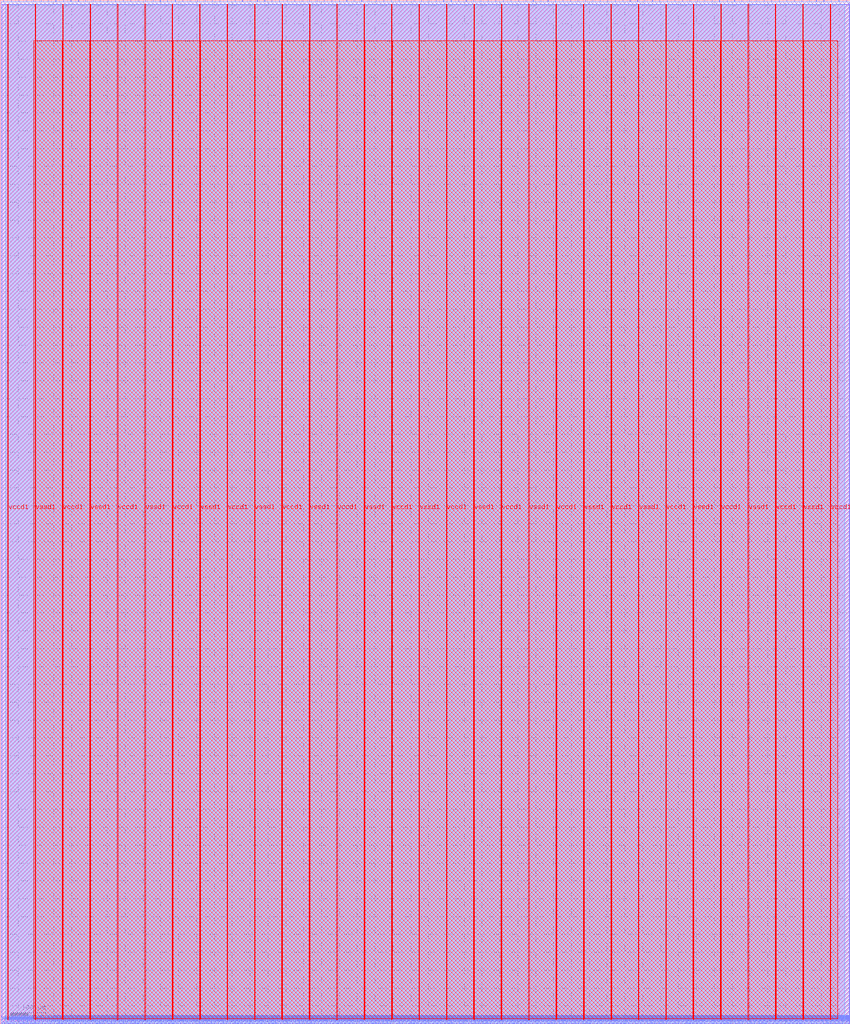
<source format=lef>
VERSION 5.7 ;
  NOWIREEXTENSIONATPIN ON ;
  DIVIDERCHAR "/" ;
  BUSBITCHARS "[]" ;
MACRO user_project
  CLASS BLOCK ;
  FOREIGN user_project ;
  ORIGIN 0.000 0.000 ;
  SIZE 2381.035 BY 2865.755 ;
  PIN io_in[0]
    DIRECTION INPUT ;
    USE SIGNAL ;
    PORT
      LAYER met2 ;
        RECT 10.210 2861.755 10.490 2865.755 ;
    END
  END io_in[0]
  PIN io_in[10]
    DIRECTION INPUT ;
    USE SIGNAL ;
    PORT
      LAYER met2 ;
        RECT 636.730 2861.755 637.010 2865.755 ;
    END
  END io_in[10]
  PIN io_in[11]
    DIRECTION INPUT ;
    USE SIGNAL ;
    PORT
      LAYER met2 ;
        RECT 699.290 2861.755 699.570 2865.755 ;
    END
  END io_in[11]
  PIN io_in[12]
    DIRECTION INPUT ;
    USE SIGNAL ;
    PORT
      LAYER met2 ;
        RECT 761.850 2861.755 762.130 2865.755 ;
    END
  END io_in[12]
  PIN io_in[13]
    DIRECTION INPUT ;
    USE SIGNAL ;
    PORT
      LAYER met2 ;
        RECT 824.410 2861.755 824.690 2865.755 ;
    END
  END io_in[13]
  PIN io_in[14]
    DIRECTION INPUT ;
    USE SIGNAL ;
    PORT
      LAYER met2 ;
        RECT 886.970 2861.755 887.250 2865.755 ;
    END
  END io_in[14]
  PIN io_in[15]
    DIRECTION INPUT ;
    USE SIGNAL ;
    PORT
      LAYER met2 ;
        RECT 949.990 2861.755 950.270 2865.755 ;
    END
  END io_in[15]
  PIN io_in[16]
    DIRECTION INPUT ;
    USE SIGNAL ;
    PORT
      LAYER met2 ;
        RECT 1012.550 2861.755 1012.830 2865.755 ;
    END
  END io_in[16]
  PIN io_in[17]
    DIRECTION INPUT ;
    USE SIGNAL ;
    PORT
      LAYER met2 ;
        RECT 1075.110 2861.755 1075.390 2865.755 ;
    END
  END io_in[17]
  PIN io_in[18]
    DIRECTION INPUT ;
    USE SIGNAL ;
    PORT
      LAYER met2 ;
        RECT 1137.670 2861.755 1137.950 2865.755 ;
    END
  END io_in[18]
  PIN io_in[19]
    DIRECTION INPUT ;
    USE SIGNAL ;
    PORT
      LAYER met2 ;
        RECT 1200.690 2861.755 1200.970 2865.755 ;
    END
  END io_in[19]
  PIN io_in[1]
    DIRECTION INPUT ;
    USE SIGNAL ;
    PORT
      LAYER met2 ;
        RECT 72.770 2861.755 73.050 2865.755 ;
    END
  END io_in[1]
  PIN io_in[20]
    DIRECTION INPUT ;
    USE SIGNAL ;
    PORT
      LAYER met2 ;
        RECT 1263.250 2861.755 1263.530 2865.755 ;
    END
  END io_in[20]
  PIN io_in[21]
    DIRECTION INPUT ;
    USE SIGNAL ;
    PORT
      LAYER met2 ;
        RECT 1325.810 2861.755 1326.090 2865.755 ;
    END
  END io_in[21]
  PIN io_in[22]
    DIRECTION INPUT ;
    USE SIGNAL ;
    PORT
      LAYER met2 ;
        RECT 1388.370 2861.755 1388.650 2865.755 ;
    END
  END io_in[22]
  PIN io_in[23]
    DIRECTION INPUT ;
    USE SIGNAL ;
    PORT
      LAYER met2 ;
        RECT 1450.930 2861.755 1451.210 2865.755 ;
    END
  END io_in[23]
  PIN io_in[24]
    DIRECTION INPUT ;
    USE SIGNAL ;
    PORT
      LAYER met2 ;
        RECT 1513.950 2861.755 1514.230 2865.755 ;
    END
  END io_in[24]
  PIN io_in[25]
    DIRECTION INPUT ;
    USE SIGNAL ;
    PORT
      LAYER met2 ;
        RECT 1576.510 2861.755 1576.790 2865.755 ;
    END
  END io_in[25]
  PIN io_in[26]
    DIRECTION INPUT ;
    USE SIGNAL ;
    PORT
      LAYER met2 ;
        RECT 1639.070 2861.755 1639.350 2865.755 ;
    END
  END io_in[26]
  PIN io_in[27]
    DIRECTION INPUT ;
    USE SIGNAL ;
    PORT
      LAYER met2 ;
        RECT 1701.630 2861.755 1701.910 2865.755 ;
    END
  END io_in[27]
  PIN io_in[28]
    DIRECTION INPUT ;
    USE SIGNAL ;
    PORT
      LAYER met2 ;
        RECT 1764.190 2861.755 1764.470 2865.755 ;
    END
  END io_in[28]
  PIN io_in[29]
    DIRECTION INPUT ;
    USE SIGNAL ;
    PORT
      LAYER met2 ;
        RECT 1827.210 2861.755 1827.490 2865.755 ;
    END
  END io_in[29]
  PIN io_in[2]
    DIRECTION INPUT ;
    USE SIGNAL ;
    PORT
      LAYER met2 ;
        RECT 135.330 2861.755 135.610 2865.755 ;
    END
  END io_in[2]
  PIN io_in[30]
    DIRECTION INPUT ;
    USE SIGNAL ;
    PORT
      LAYER met2 ;
        RECT 1889.770 2861.755 1890.050 2865.755 ;
    END
  END io_in[30]
  PIN io_in[31]
    DIRECTION INPUT ;
    USE SIGNAL ;
    PORT
      LAYER met2 ;
        RECT 1952.330 2861.755 1952.610 2865.755 ;
    END
  END io_in[31]
  PIN io_in[32]
    DIRECTION INPUT ;
    USE SIGNAL ;
    PORT
      LAYER met2 ;
        RECT 2014.890 2861.755 2015.170 2865.755 ;
    END
  END io_in[32]
  PIN io_in[33]
    DIRECTION INPUT ;
    USE SIGNAL ;
    PORT
      LAYER met2 ;
        RECT 2077.450 2861.755 2077.730 2865.755 ;
    END
  END io_in[33]
  PIN io_in[34]
    DIRECTION INPUT ;
    USE SIGNAL ;
    PORT
      LAYER met2 ;
        RECT 2140.470 2861.755 2140.750 2865.755 ;
    END
  END io_in[34]
  PIN io_in[35]
    DIRECTION INPUT ;
    USE SIGNAL ;
    PORT
      LAYER met2 ;
        RECT 2203.030 2861.755 2203.310 2865.755 ;
    END
  END io_in[35]
  PIN io_in[36]
    DIRECTION INPUT ;
    USE SIGNAL ;
    PORT
      LAYER met2 ;
        RECT 2265.590 2861.755 2265.870 2865.755 ;
    END
  END io_in[36]
  PIN io_in[37]
    DIRECTION INPUT ;
    USE SIGNAL ;
    PORT
      LAYER met2 ;
        RECT 2328.150 2861.755 2328.430 2865.755 ;
    END
  END io_in[37]
  PIN io_in[3]
    DIRECTION INPUT ;
    USE SIGNAL ;
    PORT
      LAYER met2 ;
        RECT 197.890 2861.755 198.170 2865.755 ;
    END
  END io_in[3]
  PIN io_in[4]
    DIRECTION INPUT ;
    USE SIGNAL ;
    PORT
      LAYER met2 ;
        RECT 260.450 2861.755 260.730 2865.755 ;
    END
  END io_in[4]
  PIN io_in[5]
    DIRECTION INPUT ;
    USE SIGNAL ;
    PORT
      LAYER met2 ;
        RECT 323.470 2861.755 323.750 2865.755 ;
    END
  END io_in[5]
  PIN io_in[6]
    DIRECTION INPUT ;
    USE SIGNAL ;
    PORT
      LAYER met2 ;
        RECT 386.030 2861.755 386.310 2865.755 ;
    END
  END io_in[6]
  PIN io_in[7]
    DIRECTION INPUT ;
    USE SIGNAL ;
    PORT
      LAYER met2 ;
        RECT 448.590 2861.755 448.870 2865.755 ;
    END
  END io_in[7]
  PIN io_in[8]
    DIRECTION INPUT ;
    USE SIGNAL ;
    PORT
      LAYER met2 ;
        RECT 511.150 2861.755 511.430 2865.755 ;
    END
  END io_in[8]
  PIN io_in[9]
    DIRECTION INPUT ;
    USE SIGNAL ;
    PORT
      LAYER met2 ;
        RECT 573.710 2861.755 573.990 2865.755 ;
    END
  END io_in[9]
  PIN io_oeb[0]
    DIRECTION OUTPUT TRISTATE ;
    USE SIGNAL ;
    PORT
      LAYER met2 ;
        RECT 30.910 2861.755 31.190 2865.755 ;
    END
  END io_oeb[0]
  PIN io_oeb[10]
    DIRECTION OUTPUT TRISTATE ;
    USE SIGNAL ;
    PORT
      LAYER met2 ;
        RECT 657.430 2861.755 657.710 2865.755 ;
    END
  END io_oeb[10]
  PIN io_oeb[11]
    DIRECTION OUTPUT TRISTATE ;
    USE SIGNAL ;
    PORT
      LAYER met2 ;
        RECT 719.990 2861.755 720.270 2865.755 ;
    END
  END io_oeb[11]
  PIN io_oeb[12]
    DIRECTION OUTPUT TRISTATE ;
    USE SIGNAL ;
    PORT
      LAYER met2 ;
        RECT 782.550 2861.755 782.830 2865.755 ;
    END
  END io_oeb[12]
  PIN io_oeb[13]
    DIRECTION OUTPUT TRISTATE ;
    USE SIGNAL ;
    PORT
      LAYER met2 ;
        RECT 845.570 2861.755 845.850 2865.755 ;
    END
  END io_oeb[13]
  PIN io_oeb[14]
    DIRECTION OUTPUT TRISTATE ;
    USE SIGNAL ;
    PORT
      LAYER met2 ;
        RECT 908.130 2861.755 908.410 2865.755 ;
    END
  END io_oeb[14]
  PIN io_oeb[15]
    DIRECTION OUTPUT TRISTATE ;
    USE SIGNAL ;
    PORT
      LAYER met2 ;
        RECT 970.690 2861.755 970.970 2865.755 ;
    END
  END io_oeb[15]
  PIN io_oeb[16]
    DIRECTION OUTPUT TRISTATE ;
    USE SIGNAL ;
    PORT
      LAYER met2 ;
        RECT 1033.250 2861.755 1033.530 2865.755 ;
    END
  END io_oeb[16]
  PIN io_oeb[17]
    DIRECTION OUTPUT TRISTATE ;
    USE SIGNAL ;
    PORT
      LAYER met2 ;
        RECT 1095.810 2861.755 1096.090 2865.755 ;
    END
  END io_oeb[17]
  PIN io_oeb[18]
    DIRECTION OUTPUT TRISTATE ;
    USE SIGNAL ;
    PORT
      LAYER met2 ;
        RECT 1158.830 2861.755 1159.110 2865.755 ;
    END
  END io_oeb[18]
  PIN io_oeb[19]
    DIRECTION OUTPUT TRISTATE ;
    USE SIGNAL ;
    PORT
      LAYER met2 ;
        RECT 1221.390 2861.755 1221.670 2865.755 ;
    END
  END io_oeb[19]
  PIN io_oeb[1]
    DIRECTION OUTPUT TRISTATE ;
    USE SIGNAL ;
    PORT
      LAYER met2 ;
        RECT 93.470 2861.755 93.750 2865.755 ;
    END
  END io_oeb[1]
  PIN io_oeb[20]
    DIRECTION OUTPUT TRISTATE ;
    USE SIGNAL ;
    PORT
      LAYER met2 ;
        RECT 1283.950 2861.755 1284.230 2865.755 ;
    END
  END io_oeb[20]
  PIN io_oeb[21]
    DIRECTION OUTPUT TRISTATE ;
    USE SIGNAL ;
    PORT
      LAYER met2 ;
        RECT 1346.510 2861.755 1346.790 2865.755 ;
    END
  END io_oeb[21]
  PIN io_oeb[22]
    DIRECTION OUTPUT TRISTATE ;
    USE SIGNAL ;
    PORT
      LAYER met2 ;
        RECT 1409.530 2861.755 1409.810 2865.755 ;
    END
  END io_oeb[22]
  PIN io_oeb[23]
    DIRECTION OUTPUT TRISTATE ;
    USE SIGNAL ;
    PORT
      LAYER met2 ;
        RECT 1472.090 2861.755 1472.370 2865.755 ;
    END
  END io_oeb[23]
  PIN io_oeb[24]
    DIRECTION OUTPUT TRISTATE ;
    USE SIGNAL ;
    PORT
      LAYER met2 ;
        RECT 1534.650 2861.755 1534.930 2865.755 ;
    END
  END io_oeb[24]
  PIN io_oeb[25]
    DIRECTION OUTPUT TRISTATE ;
    USE SIGNAL ;
    PORT
      LAYER met2 ;
        RECT 1597.210 2861.755 1597.490 2865.755 ;
    END
  END io_oeb[25]
  PIN io_oeb[26]
    DIRECTION OUTPUT TRISTATE ;
    USE SIGNAL ;
    PORT
      LAYER met2 ;
        RECT 1659.770 2861.755 1660.050 2865.755 ;
    END
  END io_oeb[26]
  PIN io_oeb[27]
    DIRECTION OUTPUT TRISTATE ;
    USE SIGNAL ;
    PORT
      LAYER met2 ;
        RECT 1722.790 2861.755 1723.070 2865.755 ;
    END
  END io_oeb[27]
  PIN io_oeb[28]
    DIRECTION OUTPUT TRISTATE ;
    USE SIGNAL ;
    PORT
      LAYER met2 ;
        RECT 1785.350 2861.755 1785.630 2865.755 ;
    END
  END io_oeb[28]
  PIN io_oeb[29]
    DIRECTION OUTPUT TRISTATE ;
    USE SIGNAL ;
    PORT
      LAYER met2 ;
        RECT 1847.910 2861.755 1848.190 2865.755 ;
    END
  END io_oeb[29]
  PIN io_oeb[2]
    DIRECTION OUTPUT TRISTATE ;
    USE SIGNAL ;
    PORT
      LAYER met2 ;
        RECT 156.030 2861.755 156.310 2865.755 ;
    END
  END io_oeb[2]
  PIN io_oeb[30]
    DIRECTION OUTPUT TRISTATE ;
    USE SIGNAL ;
    PORT
      LAYER met2 ;
        RECT 1910.470 2861.755 1910.750 2865.755 ;
    END
  END io_oeb[30]
  PIN io_oeb[31]
    DIRECTION OUTPUT TRISTATE ;
    USE SIGNAL ;
    PORT
      LAYER met2 ;
        RECT 1973.030 2861.755 1973.310 2865.755 ;
    END
  END io_oeb[31]
  PIN io_oeb[32]
    DIRECTION OUTPUT TRISTATE ;
    USE SIGNAL ;
    PORT
      LAYER met2 ;
        RECT 2036.050 2861.755 2036.330 2865.755 ;
    END
  END io_oeb[32]
  PIN io_oeb[33]
    DIRECTION OUTPUT TRISTATE ;
    USE SIGNAL ;
    PORT
      LAYER met2 ;
        RECT 2098.610 2861.755 2098.890 2865.755 ;
    END
  END io_oeb[33]
  PIN io_oeb[34]
    DIRECTION OUTPUT TRISTATE ;
    USE SIGNAL ;
    PORT
      LAYER met2 ;
        RECT 2161.170 2861.755 2161.450 2865.755 ;
    END
  END io_oeb[34]
  PIN io_oeb[35]
    DIRECTION OUTPUT TRISTATE ;
    USE SIGNAL ;
    PORT
      LAYER met2 ;
        RECT 2223.730 2861.755 2224.010 2865.755 ;
    END
  END io_oeb[35]
  PIN io_oeb[36]
    DIRECTION OUTPUT TRISTATE ;
    USE SIGNAL ;
    PORT
      LAYER met2 ;
        RECT 2286.290 2861.755 2286.570 2865.755 ;
    END
  END io_oeb[36]
  PIN io_oeb[37]
    DIRECTION OUTPUT TRISTATE ;
    USE SIGNAL ;
    PORT
      LAYER met2 ;
        RECT 2349.310 2861.755 2349.590 2865.755 ;
    END
  END io_oeb[37]
  PIN io_oeb[3]
    DIRECTION OUTPUT TRISTATE ;
    USE SIGNAL ;
    PORT
      LAYER met2 ;
        RECT 219.050 2861.755 219.330 2865.755 ;
    END
  END io_oeb[3]
  PIN io_oeb[4]
    DIRECTION OUTPUT TRISTATE ;
    USE SIGNAL ;
    PORT
      LAYER met2 ;
        RECT 281.610 2861.755 281.890 2865.755 ;
    END
  END io_oeb[4]
  PIN io_oeb[5]
    DIRECTION OUTPUT TRISTATE ;
    USE SIGNAL ;
    PORT
      LAYER met2 ;
        RECT 344.170 2861.755 344.450 2865.755 ;
    END
  END io_oeb[5]
  PIN io_oeb[6]
    DIRECTION OUTPUT TRISTATE ;
    USE SIGNAL ;
    PORT
      LAYER met2 ;
        RECT 406.730 2861.755 407.010 2865.755 ;
    END
  END io_oeb[6]
  PIN io_oeb[7]
    DIRECTION OUTPUT TRISTATE ;
    USE SIGNAL ;
    PORT
      LAYER met2 ;
        RECT 469.290 2861.755 469.570 2865.755 ;
    END
  END io_oeb[7]
  PIN io_oeb[8]
    DIRECTION OUTPUT TRISTATE ;
    USE SIGNAL ;
    PORT
      LAYER met2 ;
        RECT 532.310 2861.755 532.590 2865.755 ;
    END
  END io_oeb[8]
  PIN io_oeb[9]
    DIRECTION OUTPUT TRISTATE ;
    USE SIGNAL ;
    PORT
      LAYER met2 ;
        RECT 594.870 2861.755 595.150 2865.755 ;
    END
  END io_oeb[9]
  PIN io_out[0]
    DIRECTION OUTPUT TRISTATE ;
    USE SIGNAL ;
    PORT
      LAYER met2 ;
        RECT 51.610 2861.755 51.890 2865.755 ;
    END
  END io_out[0]
  PIN io_out[10]
    DIRECTION OUTPUT TRISTATE ;
    USE SIGNAL ;
    PORT
      LAYER met2 ;
        RECT 678.130 2861.755 678.410 2865.755 ;
    END
  END io_out[10]
  PIN io_out[11]
    DIRECTION OUTPUT TRISTATE ;
    USE SIGNAL ;
    PORT
      LAYER met2 ;
        RECT 741.150 2861.755 741.430 2865.755 ;
    END
  END io_out[11]
  PIN io_out[12]
    DIRECTION OUTPUT TRISTATE ;
    USE SIGNAL ;
    PORT
      LAYER met2 ;
        RECT 803.710 2861.755 803.990 2865.755 ;
    END
  END io_out[12]
  PIN io_out[13]
    DIRECTION OUTPUT TRISTATE ;
    USE SIGNAL ;
    PORT
      LAYER met2 ;
        RECT 866.270 2861.755 866.550 2865.755 ;
    END
  END io_out[13]
  PIN io_out[14]
    DIRECTION OUTPUT TRISTATE ;
    USE SIGNAL ;
    PORT
      LAYER met2 ;
        RECT 928.830 2861.755 929.110 2865.755 ;
    END
  END io_out[14]
  PIN io_out[15]
    DIRECTION OUTPUT TRISTATE ;
    USE SIGNAL ;
    PORT
      LAYER met2 ;
        RECT 991.390 2861.755 991.670 2865.755 ;
    END
  END io_out[15]
  PIN io_out[16]
    DIRECTION OUTPUT TRISTATE ;
    USE SIGNAL ;
    PORT
      LAYER met2 ;
        RECT 1054.410 2861.755 1054.690 2865.755 ;
    END
  END io_out[16]
  PIN io_out[17]
    DIRECTION OUTPUT TRISTATE ;
    USE SIGNAL ;
    PORT
      LAYER met2 ;
        RECT 1116.970 2861.755 1117.250 2865.755 ;
    END
  END io_out[17]
  PIN io_out[18]
    DIRECTION OUTPUT TRISTATE ;
    USE SIGNAL ;
    PORT
      LAYER met2 ;
        RECT 1179.530 2861.755 1179.810 2865.755 ;
    END
  END io_out[18]
  PIN io_out[19]
    DIRECTION OUTPUT TRISTATE ;
    USE SIGNAL ;
    PORT
      LAYER met2 ;
        RECT 1242.090 2861.755 1242.370 2865.755 ;
    END
  END io_out[19]
  PIN io_out[1]
    DIRECTION OUTPUT TRISTATE ;
    USE SIGNAL ;
    PORT
      LAYER met2 ;
        RECT 114.630 2861.755 114.910 2865.755 ;
    END
  END io_out[1]
  PIN io_out[20]
    DIRECTION OUTPUT TRISTATE ;
    USE SIGNAL ;
    PORT
      LAYER met2 ;
        RECT 1305.110 2861.755 1305.390 2865.755 ;
    END
  END io_out[20]
  PIN io_out[21]
    DIRECTION OUTPUT TRISTATE ;
    USE SIGNAL ;
    PORT
      LAYER met2 ;
        RECT 1367.670 2861.755 1367.950 2865.755 ;
    END
  END io_out[21]
  PIN io_out[22]
    DIRECTION OUTPUT TRISTATE ;
    USE SIGNAL ;
    PORT
      LAYER met2 ;
        RECT 1430.230 2861.755 1430.510 2865.755 ;
    END
  END io_out[22]
  PIN io_out[23]
    DIRECTION OUTPUT TRISTATE ;
    USE SIGNAL ;
    PORT
      LAYER met2 ;
        RECT 1492.790 2861.755 1493.070 2865.755 ;
    END
  END io_out[23]
  PIN io_out[24]
    DIRECTION OUTPUT TRISTATE ;
    USE SIGNAL ;
    PORT
      LAYER met2 ;
        RECT 1555.350 2861.755 1555.630 2865.755 ;
    END
  END io_out[24]
  PIN io_out[25]
    DIRECTION OUTPUT TRISTATE ;
    USE SIGNAL ;
    PORT
      LAYER met2 ;
        RECT 1618.370 2861.755 1618.650 2865.755 ;
    END
  END io_out[25]
  PIN io_out[26]
    DIRECTION OUTPUT TRISTATE ;
    USE SIGNAL ;
    PORT
      LAYER met2 ;
        RECT 1680.930 2861.755 1681.210 2865.755 ;
    END
  END io_out[26]
  PIN io_out[27]
    DIRECTION OUTPUT TRISTATE ;
    USE SIGNAL ;
    PORT
      LAYER met2 ;
        RECT 1743.490 2861.755 1743.770 2865.755 ;
    END
  END io_out[27]
  PIN io_out[28]
    DIRECTION OUTPUT TRISTATE ;
    USE SIGNAL ;
    PORT
      LAYER met2 ;
        RECT 1806.050 2861.755 1806.330 2865.755 ;
    END
  END io_out[28]
  PIN io_out[29]
    DIRECTION OUTPUT TRISTATE ;
    USE SIGNAL ;
    PORT
      LAYER met2 ;
        RECT 1868.610 2861.755 1868.890 2865.755 ;
    END
  END io_out[29]
  PIN io_out[2]
    DIRECTION OUTPUT TRISTATE ;
    USE SIGNAL ;
    PORT
      LAYER met2 ;
        RECT 177.190 2861.755 177.470 2865.755 ;
    END
  END io_out[2]
  PIN io_out[30]
    DIRECTION OUTPUT TRISTATE ;
    USE SIGNAL ;
    PORT
      LAYER met2 ;
        RECT 1931.630 2861.755 1931.910 2865.755 ;
    END
  END io_out[30]
  PIN io_out[31]
    DIRECTION OUTPUT TRISTATE ;
    USE SIGNAL ;
    PORT
      LAYER met2 ;
        RECT 1994.190 2861.755 1994.470 2865.755 ;
    END
  END io_out[31]
  PIN io_out[32]
    DIRECTION OUTPUT TRISTATE ;
    USE SIGNAL ;
    PORT
      LAYER met2 ;
        RECT 2056.750 2861.755 2057.030 2865.755 ;
    END
  END io_out[32]
  PIN io_out[33]
    DIRECTION OUTPUT TRISTATE ;
    USE SIGNAL ;
    PORT
      LAYER met2 ;
        RECT 2119.310 2861.755 2119.590 2865.755 ;
    END
  END io_out[33]
  PIN io_out[34]
    DIRECTION OUTPUT TRISTATE ;
    USE SIGNAL ;
    PORT
      LAYER met2 ;
        RECT 2181.870 2861.755 2182.150 2865.755 ;
    END
  END io_out[34]
  PIN io_out[35]
    DIRECTION OUTPUT TRISTATE ;
    USE SIGNAL ;
    PORT
      LAYER met2 ;
        RECT 2244.890 2861.755 2245.170 2865.755 ;
    END
  END io_out[35]
  PIN io_out[36]
    DIRECTION OUTPUT TRISTATE ;
    USE SIGNAL ;
    PORT
      LAYER met2 ;
        RECT 2307.450 2861.755 2307.730 2865.755 ;
    END
  END io_out[36]
  PIN io_out[37]
    DIRECTION OUTPUT TRISTATE ;
    USE SIGNAL ;
    PORT
      LAYER met2 ;
        RECT 2370.010 2861.755 2370.290 2865.755 ;
    END
  END io_out[37]
  PIN io_out[3]
    DIRECTION OUTPUT TRISTATE ;
    USE SIGNAL ;
    PORT
      LAYER met2 ;
        RECT 239.750 2861.755 240.030 2865.755 ;
    END
  END io_out[3]
  PIN io_out[4]
    DIRECTION OUTPUT TRISTATE ;
    USE SIGNAL ;
    PORT
      LAYER met2 ;
        RECT 302.310 2861.755 302.590 2865.755 ;
    END
  END io_out[4]
  PIN io_out[5]
    DIRECTION OUTPUT TRISTATE ;
    USE SIGNAL ;
    PORT
      LAYER met2 ;
        RECT 364.870 2861.755 365.150 2865.755 ;
    END
  END io_out[5]
  PIN io_out[6]
    DIRECTION OUTPUT TRISTATE ;
    USE SIGNAL ;
    PORT
      LAYER met2 ;
        RECT 427.890 2861.755 428.170 2865.755 ;
    END
  END io_out[6]
  PIN io_out[7]
    DIRECTION OUTPUT TRISTATE ;
    USE SIGNAL ;
    PORT
      LAYER met2 ;
        RECT 490.450 2861.755 490.730 2865.755 ;
    END
  END io_out[7]
  PIN io_out[8]
    DIRECTION OUTPUT TRISTATE ;
    USE SIGNAL ;
    PORT
      LAYER met2 ;
        RECT 553.010 2861.755 553.290 2865.755 ;
    END
  END io_out[8]
  PIN io_out[9]
    DIRECTION OUTPUT TRISTATE ;
    USE SIGNAL ;
    PORT
      LAYER met2 ;
        RECT 615.570 2861.755 615.850 2865.755 ;
    END
  END io_out[9]
  PIN irq[0]
    DIRECTION OUTPUT TRISTATE ;
    USE SIGNAL ;
    PORT
      LAYER met2 ;
        RECT 2368.630 0.000 2368.910 4.000 ;
    END
  END irq[0]
  PIN irq[1]
    DIRECTION OUTPUT TRISTATE ;
    USE SIGNAL ;
    PORT
      LAYER met2 ;
        RECT 2373.690 0.000 2373.970 4.000 ;
    END
  END irq[1]
  PIN irq[2]
    DIRECTION OUTPUT TRISTATE ;
    USE SIGNAL ;
    PORT
      LAYER met2 ;
        RECT 2378.290 0.000 2378.570 4.000 ;
    END
  END irq[2]
  PIN la_data_in[0]
    DIRECTION INPUT ;
    USE SIGNAL ;
    PORT
      LAYER met2 ;
        RECT 513.910 0.000 514.190 4.000 ;
    END
  END la_data_in[0]
  PIN la_data_in[100]
    DIRECTION INPUT ;
    USE SIGNAL ;
    PORT
      LAYER met2 ;
        RECT 1962.910 0.000 1963.190 4.000 ;
    END
  END la_data_in[100]
  PIN la_data_in[101]
    DIRECTION INPUT ;
    USE SIGNAL ;
    PORT
      LAYER met2 ;
        RECT 1977.630 0.000 1977.910 4.000 ;
    END
  END la_data_in[101]
  PIN la_data_in[102]
    DIRECTION INPUT ;
    USE SIGNAL ;
    PORT
      LAYER met2 ;
        RECT 1991.890 0.000 1992.170 4.000 ;
    END
  END la_data_in[102]
  PIN la_data_in[103]
    DIRECTION INPUT ;
    USE SIGNAL ;
    PORT
      LAYER met2 ;
        RECT 2006.610 0.000 2006.890 4.000 ;
    END
  END la_data_in[103]
  PIN la_data_in[104]
    DIRECTION INPUT ;
    USE SIGNAL ;
    PORT
      LAYER met2 ;
        RECT 2020.870 0.000 2021.150 4.000 ;
    END
  END la_data_in[104]
  PIN la_data_in[105]
    DIRECTION INPUT ;
    USE SIGNAL ;
    PORT
      LAYER met2 ;
        RECT 2035.590 0.000 2035.870 4.000 ;
    END
  END la_data_in[105]
  PIN la_data_in[106]
    DIRECTION INPUT ;
    USE SIGNAL ;
    PORT
      LAYER met2 ;
        RECT 2049.850 0.000 2050.130 4.000 ;
    END
  END la_data_in[106]
  PIN la_data_in[107]
    DIRECTION INPUT ;
    USE SIGNAL ;
    PORT
      LAYER met2 ;
        RECT 2064.570 0.000 2064.850 4.000 ;
    END
  END la_data_in[107]
  PIN la_data_in[108]
    DIRECTION INPUT ;
    USE SIGNAL ;
    PORT
      LAYER met2 ;
        RECT 2078.830 0.000 2079.110 4.000 ;
    END
  END la_data_in[108]
  PIN la_data_in[109]
    DIRECTION INPUT ;
    USE SIGNAL ;
    PORT
      LAYER met2 ;
        RECT 2093.550 0.000 2093.830 4.000 ;
    END
  END la_data_in[109]
  PIN la_data_in[10]
    DIRECTION INPUT ;
    USE SIGNAL ;
    PORT
      LAYER met2 ;
        RECT 658.810 0.000 659.090 4.000 ;
    END
  END la_data_in[10]
  PIN la_data_in[110]
    DIRECTION INPUT ;
    USE SIGNAL ;
    PORT
      LAYER met2 ;
        RECT 2107.810 0.000 2108.090 4.000 ;
    END
  END la_data_in[110]
  PIN la_data_in[111]
    DIRECTION INPUT ;
    USE SIGNAL ;
    PORT
      LAYER met2 ;
        RECT 2122.530 0.000 2122.810 4.000 ;
    END
  END la_data_in[111]
  PIN la_data_in[112]
    DIRECTION INPUT ;
    USE SIGNAL ;
    PORT
      LAYER met2 ;
        RECT 2136.790 0.000 2137.070 4.000 ;
    END
  END la_data_in[112]
  PIN la_data_in[113]
    DIRECTION INPUT ;
    USE SIGNAL ;
    PORT
      LAYER met2 ;
        RECT 2151.510 0.000 2151.790 4.000 ;
    END
  END la_data_in[113]
  PIN la_data_in[114]
    DIRECTION INPUT ;
    USE SIGNAL ;
    PORT
      LAYER met2 ;
        RECT 2165.770 0.000 2166.050 4.000 ;
    END
  END la_data_in[114]
  PIN la_data_in[115]
    DIRECTION INPUT ;
    USE SIGNAL ;
    PORT
      LAYER met2 ;
        RECT 2180.490 0.000 2180.770 4.000 ;
    END
  END la_data_in[115]
  PIN la_data_in[116]
    DIRECTION INPUT ;
    USE SIGNAL ;
    PORT
      LAYER met2 ;
        RECT 2194.750 0.000 2195.030 4.000 ;
    END
  END la_data_in[116]
  PIN la_data_in[117]
    DIRECTION INPUT ;
    USE SIGNAL ;
    PORT
      LAYER met2 ;
        RECT 2209.470 0.000 2209.750 4.000 ;
    END
  END la_data_in[117]
  PIN la_data_in[118]
    DIRECTION INPUT ;
    USE SIGNAL ;
    PORT
      LAYER met2 ;
        RECT 2223.730 0.000 2224.010 4.000 ;
    END
  END la_data_in[118]
  PIN la_data_in[119]
    DIRECTION INPUT ;
    USE SIGNAL ;
    PORT
      LAYER met2 ;
        RECT 2238.450 0.000 2238.730 4.000 ;
    END
  END la_data_in[119]
  PIN la_data_in[11]
    DIRECTION INPUT ;
    USE SIGNAL ;
    PORT
      LAYER met2 ;
        RECT 673.530 0.000 673.810 4.000 ;
    END
  END la_data_in[11]
  PIN la_data_in[120]
    DIRECTION INPUT ;
    USE SIGNAL ;
    PORT
      LAYER met2 ;
        RECT 2252.710 0.000 2252.990 4.000 ;
    END
  END la_data_in[120]
  PIN la_data_in[121]
    DIRECTION INPUT ;
    USE SIGNAL ;
    PORT
      LAYER met2 ;
        RECT 2267.430 0.000 2267.710 4.000 ;
    END
  END la_data_in[121]
  PIN la_data_in[122]
    DIRECTION INPUT ;
    USE SIGNAL ;
    PORT
      LAYER met2 ;
        RECT 2281.690 0.000 2281.970 4.000 ;
    END
  END la_data_in[122]
  PIN la_data_in[123]
    DIRECTION INPUT ;
    USE SIGNAL ;
    PORT
      LAYER met2 ;
        RECT 2296.410 0.000 2296.690 4.000 ;
    END
  END la_data_in[123]
  PIN la_data_in[124]
    DIRECTION INPUT ;
    USE SIGNAL ;
    PORT
      LAYER met2 ;
        RECT 2310.670 0.000 2310.950 4.000 ;
    END
  END la_data_in[124]
  PIN la_data_in[125]
    DIRECTION INPUT ;
    USE SIGNAL ;
    PORT
      LAYER met2 ;
        RECT 2325.390 0.000 2325.670 4.000 ;
    END
  END la_data_in[125]
  PIN la_data_in[126]
    DIRECTION INPUT ;
    USE SIGNAL ;
    PORT
      LAYER met2 ;
        RECT 2339.650 0.000 2339.930 4.000 ;
    END
  END la_data_in[126]
  PIN la_data_in[127]
    DIRECTION INPUT ;
    USE SIGNAL ;
    PORT
      LAYER met2 ;
        RECT 2354.370 0.000 2354.650 4.000 ;
    END
  END la_data_in[127]
  PIN la_data_in[12]
    DIRECTION INPUT ;
    USE SIGNAL ;
    PORT
      LAYER met2 ;
        RECT 687.790 0.000 688.070 4.000 ;
    END
  END la_data_in[12]
  PIN la_data_in[13]
    DIRECTION INPUT ;
    USE SIGNAL ;
    PORT
      LAYER met2 ;
        RECT 702.510 0.000 702.790 4.000 ;
    END
  END la_data_in[13]
  PIN la_data_in[14]
    DIRECTION INPUT ;
    USE SIGNAL ;
    PORT
      LAYER met2 ;
        RECT 716.770 0.000 717.050 4.000 ;
    END
  END la_data_in[14]
  PIN la_data_in[15]
    DIRECTION INPUT ;
    USE SIGNAL ;
    PORT
      LAYER met2 ;
        RECT 731.490 0.000 731.770 4.000 ;
    END
  END la_data_in[15]
  PIN la_data_in[16]
    DIRECTION INPUT ;
    USE SIGNAL ;
    PORT
      LAYER met2 ;
        RECT 745.750 0.000 746.030 4.000 ;
    END
  END la_data_in[16]
  PIN la_data_in[17]
    DIRECTION INPUT ;
    USE SIGNAL ;
    PORT
      LAYER met2 ;
        RECT 760.470 0.000 760.750 4.000 ;
    END
  END la_data_in[17]
  PIN la_data_in[18]
    DIRECTION INPUT ;
    USE SIGNAL ;
    PORT
      LAYER met2 ;
        RECT 774.730 0.000 775.010 4.000 ;
    END
  END la_data_in[18]
  PIN la_data_in[19]
    DIRECTION INPUT ;
    USE SIGNAL ;
    PORT
      LAYER met2 ;
        RECT 789.450 0.000 789.730 4.000 ;
    END
  END la_data_in[19]
  PIN la_data_in[1]
    DIRECTION INPUT ;
    USE SIGNAL ;
    PORT
      LAYER met2 ;
        RECT 528.630 0.000 528.910 4.000 ;
    END
  END la_data_in[1]
  PIN la_data_in[20]
    DIRECTION INPUT ;
    USE SIGNAL ;
    PORT
      LAYER met2 ;
        RECT 803.710 0.000 803.990 4.000 ;
    END
  END la_data_in[20]
  PIN la_data_in[21]
    DIRECTION INPUT ;
    USE SIGNAL ;
    PORT
      LAYER met2 ;
        RECT 818.430 0.000 818.710 4.000 ;
    END
  END la_data_in[21]
  PIN la_data_in[22]
    DIRECTION INPUT ;
    USE SIGNAL ;
    PORT
      LAYER met2 ;
        RECT 832.690 0.000 832.970 4.000 ;
    END
  END la_data_in[22]
  PIN la_data_in[23]
    DIRECTION INPUT ;
    USE SIGNAL ;
    PORT
      LAYER met2 ;
        RECT 847.410 0.000 847.690 4.000 ;
    END
  END la_data_in[23]
  PIN la_data_in[24]
    DIRECTION INPUT ;
    USE SIGNAL ;
    PORT
      LAYER met2 ;
        RECT 861.670 0.000 861.950 4.000 ;
    END
  END la_data_in[24]
  PIN la_data_in[25]
    DIRECTION INPUT ;
    USE SIGNAL ;
    PORT
      LAYER met2 ;
        RECT 876.390 0.000 876.670 4.000 ;
    END
  END la_data_in[25]
  PIN la_data_in[26]
    DIRECTION INPUT ;
    USE SIGNAL ;
    PORT
      LAYER met2 ;
        RECT 890.650 0.000 890.930 4.000 ;
    END
  END la_data_in[26]
  PIN la_data_in[27]
    DIRECTION INPUT ;
    USE SIGNAL ;
    PORT
      LAYER met2 ;
        RECT 905.370 0.000 905.650 4.000 ;
    END
  END la_data_in[27]
  PIN la_data_in[28]
    DIRECTION INPUT ;
    USE SIGNAL ;
    PORT
      LAYER met2 ;
        RECT 919.630 0.000 919.910 4.000 ;
    END
  END la_data_in[28]
  PIN la_data_in[29]
    DIRECTION INPUT ;
    USE SIGNAL ;
    PORT
      LAYER met2 ;
        RECT 934.350 0.000 934.630 4.000 ;
    END
  END la_data_in[29]
  PIN la_data_in[2]
    DIRECTION INPUT ;
    USE SIGNAL ;
    PORT
      LAYER met2 ;
        RECT 542.890 0.000 543.170 4.000 ;
    END
  END la_data_in[2]
  PIN la_data_in[30]
    DIRECTION INPUT ;
    USE SIGNAL ;
    PORT
      LAYER met2 ;
        RECT 948.610 0.000 948.890 4.000 ;
    END
  END la_data_in[30]
  PIN la_data_in[31]
    DIRECTION INPUT ;
    USE SIGNAL ;
    PORT
      LAYER met2 ;
        RECT 963.330 0.000 963.610 4.000 ;
    END
  END la_data_in[31]
  PIN la_data_in[32]
    DIRECTION INPUT ;
    USE SIGNAL ;
    PORT
      LAYER met2 ;
        RECT 977.590 0.000 977.870 4.000 ;
    END
  END la_data_in[32]
  PIN la_data_in[33]
    DIRECTION INPUT ;
    USE SIGNAL ;
    PORT
      LAYER met2 ;
        RECT 992.310 0.000 992.590 4.000 ;
    END
  END la_data_in[33]
  PIN la_data_in[34]
    DIRECTION INPUT ;
    USE SIGNAL ;
    PORT
      LAYER met2 ;
        RECT 1006.570 0.000 1006.850 4.000 ;
    END
  END la_data_in[34]
  PIN la_data_in[35]
    DIRECTION INPUT ;
    USE SIGNAL ;
    PORT
      LAYER met2 ;
        RECT 1021.290 0.000 1021.570 4.000 ;
    END
  END la_data_in[35]
  PIN la_data_in[36]
    DIRECTION INPUT ;
    USE SIGNAL ;
    PORT
      LAYER met2 ;
        RECT 1035.550 0.000 1035.830 4.000 ;
    END
  END la_data_in[36]
  PIN la_data_in[37]
    DIRECTION INPUT ;
    USE SIGNAL ;
    PORT
      LAYER met2 ;
        RECT 1050.270 0.000 1050.550 4.000 ;
    END
  END la_data_in[37]
  PIN la_data_in[38]
    DIRECTION INPUT ;
    USE SIGNAL ;
    PORT
      LAYER met2 ;
        RECT 1064.530 0.000 1064.810 4.000 ;
    END
  END la_data_in[38]
  PIN la_data_in[39]
    DIRECTION INPUT ;
    USE SIGNAL ;
    PORT
      LAYER met2 ;
        RECT 1079.250 0.000 1079.530 4.000 ;
    END
  END la_data_in[39]
  PIN la_data_in[3]
    DIRECTION INPUT ;
    USE SIGNAL ;
    PORT
      LAYER met2 ;
        RECT 557.610 0.000 557.890 4.000 ;
    END
  END la_data_in[3]
  PIN la_data_in[40]
    DIRECTION INPUT ;
    USE SIGNAL ;
    PORT
      LAYER met2 ;
        RECT 1093.510 0.000 1093.790 4.000 ;
    END
  END la_data_in[40]
  PIN la_data_in[41]
    DIRECTION INPUT ;
    USE SIGNAL ;
    PORT
      LAYER met2 ;
        RECT 1108.230 0.000 1108.510 4.000 ;
    END
  END la_data_in[41]
  PIN la_data_in[42]
    DIRECTION INPUT ;
    USE SIGNAL ;
    PORT
      LAYER met2 ;
        RECT 1122.490 0.000 1122.770 4.000 ;
    END
  END la_data_in[42]
  PIN la_data_in[43]
    DIRECTION INPUT ;
    USE SIGNAL ;
    PORT
      LAYER met2 ;
        RECT 1137.210 0.000 1137.490 4.000 ;
    END
  END la_data_in[43]
  PIN la_data_in[44]
    DIRECTION INPUT ;
    USE SIGNAL ;
    PORT
      LAYER met2 ;
        RECT 1151.470 0.000 1151.750 4.000 ;
    END
  END la_data_in[44]
  PIN la_data_in[45]
    DIRECTION INPUT ;
    USE SIGNAL ;
    PORT
      LAYER met2 ;
        RECT 1166.190 0.000 1166.470 4.000 ;
    END
  END la_data_in[45]
  PIN la_data_in[46]
    DIRECTION INPUT ;
    USE SIGNAL ;
    PORT
      LAYER met2 ;
        RECT 1180.450 0.000 1180.730 4.000 ;
    END
  END la_data_in[46]
  PIN la_data_in[47]
    DIRECTION INPUT ;
    USE SIGNAL ;
    PORT
      LAYER met2 ;
        RECT 1195.170 0.000 1195.450 4.000 ;
    END
  END la_data_in[47]
  PIN la_data_in[48]
    DIRECTION INPUT ;
    USE SIGNAL ;
    PORT
      LAYER met2 ;
        RECT 1209.430 0.000 1209.710 4.000 ;
    END
  END la_data_in[48]
  PIN la_data_in[49]
    DIRECTION INPUT ;
    USE SIGNAL ;
    PORT
      LAYER met2 ;
        RECT 1224.150 0.000 1224.430 4.000 ;
    END
  END la_data_in[49]
  PIN la_data_in[4]
    DIRECTION INPUT ;
    USE SIGNAL ;
    PORT
      LAYER met2 ;
        RECT 571.870 0.000 572.150 4.000 ;
    END
  END la_data_in[4]
  PIN la_data_in[50]
    DIRECTION INPUT ;
    USE SIGNAL ;
    PORT
      LAYER met2 ;
        RECT 1238.410 0.000 1238.690 4.000 ;
    END
  END la_data_in[50]
  PIN la_data_in[51]
    DIRECTION INPUT ;
    USE SIGNAL ;
    PORT
      LAYER met2 ;
        RECT 1253.130 0.000 1253.410 4.000 ;
    END
  END la_data_in[51]
  PIN la_data_in[52]
    DIRECTION INPUT ;
    USE SIGNAL ;
    PORT
      LAYER met2 ;
        RECT 1267.390 0.000 1267.670 4.000 ;
    END
  END la_data_in[52]
  PIN la_data_in[53]
    DIRECTION INPUT ;
    USE SIGNAL ;
    PORT
      LAYER met2 ;
        RECT 1282.110 0.000 1282.390 4.000 ;
    END
  END la_data_in[53]
  PIN la_data_in[54]
    DIRECTION INPUT ;
    USE SIGNAL ;
    PORT
      LAYER met2 ;
        RECT 1296.370 0.000 1296.650 4.000 ;
    END
  END la_data_in[54]
  PIN la_data_in[55]
    DIRECTION INPUT ;
    USE SIGNAL ;
    PORT
      LAYER met2 ;
        RECT 1311.090 0.000 1311.370 4.000 ;
    END
  END la_data_in[55]
  PIN la_data_in[56]
    DIRECTION INPUT ;
    USE SIGNAL ;
    PORT
      LAYER met2 ;
        RECT 1325.350 0.000 1325.630 4.000 ;
    END
  END la_data_in[56]
  PIN la_data_in[57]
    DIRECTION INPUT ;
    USE SIGNAL ;
    PORT
      LAYER met2 ;
        RECT 1340.070 0.000 1340.350 4.000 ;
    END
  END la_data_in[57]
  PIN la_data_in[58]
    DIRECTION INPUT ;
    USE SIGNAL ;
    PORT
      LAYER met2 ;
        RECT 1354.330 0.000 1354.610 4.000 ;
    END
  END la_data_in[58]
  PIN la_data_in[59]
    DIRECTION INPUT ;
    USE SIGNAL ;
    PORT
      LAYER met2 ;
        RECT 1369.050 0.000 1369.330 4.000 ;
    END
  END la_data_in[59]
  PIN la_data_in[5]
    DIRECTION INPUT ;
    USE SIGNAL ;
    PORT
      LAYER met2 ;
        RECT 586.590 0.000 586.870 4.000 ;
    END
  END la_data_in[5]
  PIN la_data_in[60]
    DIRECTION INPUT ;
    USE SIGNAL ;
    PORT
      LAYER met2 ;
        RECT 1383.310 0.000 1383.590 4.000 ;
    END
  END la_data_in[60]
  PIN la_data_in[61]
    DIRECTION INPUT ;
    USE SIGNAL ;
    PORT
      LAYER met2 ;
        RECT 1398.030 0.000 1398.310 4.000 ;
    END
  END la_data_in[61]
  PIN la_data_in[62]
    DIRECTION INPUT ;
    USE SIGNAL ;
    PORT
      LAYER met2 ;
        RECT 1412.290 0.000 1412.570 4.000 ;
    END
  END la_data_in[62]
  PIN la_data_in[63]
    DIRECTION INPUT ;
    USE SIGNAL ;
    PORT
      LAYER met2 ;
        RECT 1427.010 0.000 1427.290 4.000 ;
    END
  END la_data_in[63]
  PIN la_data_in[64]
    DIRECTION INPUT ;
    USE SIGNAL ;
    PORT
      LAYER met2 ;
        RECT 1441.270 0.000 1441.550 4.000 ;
    END
  END la_data_in[64]
  PIN la_data_in[65]
    DIRECTION INPUT ;
    USE SIGNAL ;
    PORT
      LAYER met2 ;
        RECT 1455.990 0.000 1456.270 4.000 ;
    END
  END la_data_in[65]
  PIN la_data_in[66]
    DIRECTION INPUT ;
    USE SIGNAL ;
    PORT
      LAYER met2 ;
        RECT 1470.250 0.000 1470.530 4.000 ;
    END
  END la_data_in[66]
  PIN la_data_in[67]
    DIRECTION INPUT ;
    USE SIGNAL ;
    PORT
      LAYER met2 ;
        RECT 1484.970 0.000 1485.250 4.000 ;
    END
  END la_data_in[67]
  PIN la_data_in[68]
    DIRECTION INPUT ;
    USE SIGNAL ;
    PORT
      LAYER met2 ;
        RECT 1499.230 0.000 1499.510 4.000 ;
    END
  END la_data_in[68]
  PIN la_data_in[69]
    DIRECTION INPUT ;
    USE SIGNAL ;
    PORT
      LAYER met2 ;
        RECT 1513.950 0.000 1514.230 4.000 ;
    END
  END la_data_in[69]
  PIN la_data_in[6]
    DIRECTION INPUT ;
    USE SIGNAL ;
    PORT
      LAYER met2 ;
        RECT 600.850 0.000 601.130 4.000 ;
    END
  END la_data_in[6]
  PIN la_data_in[70]
    DIRECTION INPUT ;
    USE SIGNAL ;
    PORT
      LAYER met2 ;
        RECT 1528.210 0.000 1528.490 4.000 ;
    END
  END la_data_in[70]
  PIN la_data_in[71]
    DIRECTION INPUT ;
    USE SIGNAL ;
    PORT
      LAYER met2 ;
        RECT 1542.930 0.000 1543.210 4.000 ;
    END
  END la_data_in[71]
  PIN la_data_in[72]
    DIRECTION INPUT ;
    USE SIGNAL ;
    PORT
      LAYER met2 ;
        RECT 1557.190 0.000 1557.470 4.000 ;
    END
  END la_data_in[72]
  PIN la_data_in[73]
    DIRECTION INPUT ;
    USE SIGNAL ;
    PORT
      LAYER met2 ;
        RECT 1571.910 0.000 1572.190 4.000 ;
    END
  END la_data_in[73]
  PIN la_data_in[74]
    DIRECTION INPUT ;
    USE SIGNAL ;
    PORT
      LAYER met2 ;
        RECT 1586.170 0.000 1586.450 4.000 ;
    END
  END la_data_in[74]
  PIN la_data_in[75]
    DIRECTION INPUT ;
    USE SIGNAL ;
    PORT
      LAYER met2 ;
        RECT 1600.890 0.000 1601.170 4.000 ;
    END
  END la_data_in[75]
  PIN la_data_in[76]
    DIRECTION INPUT ;
    USE SIGNAL ;
    PORT
      LAYER met2 ;
        RECT 1615.150 0.000 1615.430 4.000 ;
    END
  END la_data_in[76]
  PIN la_data_in[77]
    DIRECTION INPUT ;
    USE SIGNAL ;
    PORT
      LAYER met2 ;
        RECT 1629.870 0.000 1630.150 4.000 ;
    END
  END la_data_in[77]
  PIN la_data_in[78]
    DIRECTION INPUT ;
    USE SIGNAL ;
    PORT
      LAYER met2 ;
        RECT 1644.130 0.000 1644.410 4.000 ;
    END
  END la_data_in[78]
  PIN la_data_in[79]
    DIRECTION INPUT ;
    USE SIGNAL ;
    PORT
      LAYER met2 ;
        RECT 1658.850 0.000 1659.130 4.000 ;
    END
  END la_data_in[79]
  PIN la_data_in[7]
    DIRECTION INPUT ;
    USE SIGNAL ;
    PORT
      LAYER met2 ;
        RECT 615.570 0.000 615.850 4.000 ;
    END
  END la_data_in[7]
  PIN la_data_in[80]
    DIRECTION INPUT ;
    USE SIGNAL ;
    PORT
      LAYER met2 ;
        RECT 1673.110 0.000 1673.390 4.000 ;
    END
  END la_data_in[80]
  PIN la_data_in[81]
    DIRECTION INPUT ;
    USE SIGNAL ;
    PORT
      LAYER met2 ;
        RECT 1687.830 0.000 1688.110 4.000 ;
    END
  END la_data_in[81]
  PIN la_data_in[82]
    DIRECTION INPUT ;
    USE SIGNAL ;
    PORT
      LAYER met2 ;
        RECT 1702.090 0.000 1702.370 4.000 ;
    END
  END la_data_in[82]
  PIN la_data_in[83]
    DIRECTION INPUT ;
    USE SIGNAL ;
    PORT
      LAYER met2 ;
        RECT 1716.810 0.000 1717.090 4.000 ;
    END
  END la_data_in[83]
  PIN la_data_in[84]
    DIRECTION INPUT ;
    USE SIGNAL ;
    PORT
      LAYER met2 ;
        RECT 1731.070 0.000 1731.350 4.000 ;
    END
  END la_data_in[84]
  PIN la_data_in[85]
    DIRECTION INPUT ;
    USE SIGNAL ;
    PORT
      LAYER met2 ;
        RECT 1745.790 0.000 1746.070 4.000 ;
    END
  END la_data_in[85]
  PIN la_data_in[86]
    DIRECTION INPUT ;
    USE SIGNAL ;
    PORT
      LAYER met2 ;
        RECT 1760.050 0.000 1760.330 4.000 ;
    END
  END la_data_in[86]
  PIN la_data_in[87]
    DIRECTION INPUT ;
    USE SIGNAL ;
    PORT
      LAYER met2 ;
        RECT 1774.770 0.000 1775.050 4.000 ;
    END
  END la_data_in[87]
  PIN la_data_in[88]
    DIRECTION INPUT ;
    USE SIGNAL ;
    PORT
      LAYER met2 ;
        RECT 1789.030 0.000 1789.310 4.000 ;
    END
  END la_data_in[88]
  PIN la_data_in[89]
    DIRECTION INPUT ;
    USE SIGNAL ;
    PORT
      LAYER met2 ;
        RECT 1803.750 0.000 1804.030 4.000 ;
    END
  END la_data_in[89]
  PIN la_data_in[8]
    DIRECTION INPUT ;
    USE SIGNAL ;
    PORT
      LAYER met2 ;
        RECT 629.830 0.000 630.110 4.000 ;
    END
  END la_data_in[8]
  PIN la_data_in[90]
    DIRECTION INPUT ;
    USE SIGNAL ;
    PORT
      LAYER met2 ;
        RECT 1818.010 0.000 1818.290 4.000 ;
    END
  END la_data_in[90]
  PIN la_data_in[91]
    DIRECTION INPUT ;
    USE SIGNAL ;
    PORT
      LAYER met2 ;
        RECT 1832.730 0.000 1833.010 4.000 ;
    END
  END la_data_in[91]
  PIN la_data_in[92]
    DIRECTION INPUT ;
    USE SIGNAL ;
    PORT
      LAYER met2 ;
        RECT 1846.990 0.000 1847.270 4.000 ;
    END
  END la_data_in[92]
  PIN la_data_in[93]
    DIRECTION INPUT ;
    USE SIGNAL ;
    PORT
      LAYER met2 ;
        RECT 1861.710 0.000 1861.990 4.000 ;
    END
  END la_data_in[93]
  PIN la_data_in[94]
    DIRECTION INPUT ;
    USE SIGNAL ;
    PORT
      LAYER met2 ;
        RECT 1875.970 0.000 1876.250 4.000 ;
    END
  END la_data_in[94]
  PIN la_data_in[95]
    DIRECTION INPUT ;
    USE SIGNAL ;
    PORT
      LAYER met2 ;
        RECT 1890.690 0.000 1890.970 4.000 ;
    END
  END la_data_in[95]
  PIN la_data_in[96]
    DIRECTION INPUT ;
    USE SIGNAL ;
    PORT
      LAYER met2 ;
        RECT 1904.950 0.000 1905.230 4.000 ;
    END
  END la_data_in[96]
  PIN la_data_in[97]
    DIRECTION INPUT ;
    USE SIGNAL ;
    PORT
      LAYER met2 ;
        RECT 1919.670 0.000 1919.950 4.000 ;
    END
  END la_data_in[97]
  PIN la_data_in[98]
    DIRECTION INPUT ;
    USE SIGNAL ;
    PORT
      LAYER met2 ;
        RECT 1933.930 0.000 1934.210 4.000 ;
    END
  END la_data_in[98]
  PIN la_data_in[99]
    DIRECTION INPUT ;
    USE SIGNAL ;
    PORT
      LAYER met2 ;
        RECT 1948.650 0.000 1948.930 4.000 ;
    END
  END la_data_in[99]
  PIN la_data_in[9]
    DIRECTION INPUT ;
    USE SIGNAL ;
    PORT
      LAYER met2 ;
        RECT 644.550 0.000 644.830 4.000 ;
    END
  END la_data_in[9]
  PIN la_data_out[0]
    DIRECTION OUTPUT TRISTATE ;
    USE SIGNAL ;
    PORT
      LAYER met2 ;
        RECT 518.970 0.000 519.250 4.000 ;
    END
  END la_data_out[0]
  PIN la_data_out[100]
    DIRECTION OUTPUT TRISTATE ;
    USE SIGNAL ;
    PORT
      LAYER met2 ;
        RECT 1967.970 0.000 1968.250 4.000 ;
    END
  END la_data_out[100]
  PIN la_data_out[101]
    DIRECTION OUTPUT TRISTATE ;
    USE SIGNAL ;
    PORT
      LAYER met2 ;
        RECT 1982.230 0.000 1982.510 4.000 ;
    END
  END la_data_out[101]
  PIN la_data_out[102]
    DIRECTION OUTPUT TRISTATE ;
    USE SIGNAL ;
    PORT
      LAYER met2 ;
        RECT 1996.950 0.000 1997.230 4.000 ;
    END
  END la_data_out[102]
  PIN la_data_out[103]
    DIRECTION OUTPUT TRISTATE ;
    USE SIGNAL ;
    PORT
      LAYER met2 ;
        RECT 2011.210 0.000 2011.490 4.000 ;
    END
  END la_data_out[103]
  PIN la_data_out[104]
    DIRECTION OUTPUT TRISTATE ;
    USE SIGNAL ;
    PORT
      LAYER met2 ;
        RECT 2025.930 0.000 2026.210 4.000 ;
    END
  END la_data_out[104]
  PIN la_data_out[105]
    DIRECTION OUTPUT TRISTATE ;
    USE SIGNAL ;
    PORT
      LAYER met2 ;
        RECT 2040.190 0.000 2040.470 4.000 ;
    END
  END la_data_out[105]
  PIN la_data_out[106]
    DIRECTION OUTPUT TRISTATE ;
    USE SIGNAL ;
    PORT
      LAYER met2 ;
        RECT 2054.910 0.000 2055.190 4.000 ;
    END
  END la_data_out[106]
  PIN la_data_out[107]
    DIRECTION OUTPUT TRISTATE ;
    USE SIGNAL ;
    PORT
      LAYER met2 ;
        RECT 2069.170 0.000 2069.450 4.000 ;
    END
  END la_data_out[107]
  PIN la_data_out[108]
    DIRECTION OUTPUT TRISTATE ;
    USE SIGNAL ;
    PORT
      LAYER met2 ;
        RECT 2083.890 0.000 2084.170 4.000 ;
    END
  END la_data_out[108]
  PIN la_data_out[109]
    DIRECTION OUTPUT TRISTATE ;
    USE SIGNAL ;
    PORT
      LAYER met2 ;
        RECT 2098.150 0.000 2098.430 4.000 ;
    END
  END la_data_out[109]
  PIN la_data_out[10]
    DIRECTION OUTPUT TRISTATE ;
    USE SIGNAL ;
    PORT
      LAYER met2 ;
        RECT 663.870 0.000 664.150 4.000 ;
    END
  END la_data_out[10]
  PIN la_data_out[110]
    DIRECTION OUTPUT TRISTATE ;
    USE SIGNAL ;
    PORT
      LAYER met2 ;
        RECT 2112.870 0.000 2113.150 4.000 ;
    END
  END la_data_out[110]
  PIN la_data_out[111]
    DIRECTION OUTPUT TRISTATE ;
    USE SIGNAL ;
    PORT
      LAYER met2 ;
        RECT 2127.130 0.000 2127.410 4.000 ;
    END
  END la_data_out[111]
  PIN la_data_out[112]
    DIRECTION OUTPUT TRISTATE ;
    USE SIGNAL ;
    PORT
      LAYER met2 ;
        RECT 2141.850 0.000 2142.130 4.000 ;
    END
  END la_data_out[112]
  PIN la_data_out[113]
    DIRECTION OUTPUT TRISTATE ;
    USE SIGNAL ;
    PORT
      LAYER met2 ;
        RECT 2156.110 0.000 2156.390 4.000 ;
    END
  END la_data_out[113]
  PIN la_data_out[114]
    DIRECTION OUTPUT TRISTATE ;
    USE SIGNAL ;
    PORT
      LAYER met2 ;
        RECT 2170.830 0.000 2171.110 4.000 ;
    END
  END la_data_out[114]
  PIN la_data_out[115]
    DIRECTION OUTPUT TRISTATE ;
    USE SIGNAL ;
    PORT
      LAYER met2 ;
        RECT 2185.090 0.000 2185.370 4.000 ;
    END
  END la_data_out[115]
  PIN la_data_out[116]
    DIRECTION OUTPUT TRISTATE ;
    USE SIGNAL ;
    PORT
      LAYER met2 ;
        RECT 2199.810 0.000 2200.090 4.000 ;
    END
  END la_data_out[116]
  PIN la_data_out[117]
    DIRECTION OUTPUT TRISTATE ;
    USE SIGNAL ;
    PORT
      LAYER met2 ;
        RECT 2214.070 0.000 2214.350 4.000 ;
    END
  END la_data_out[117]
  PIN la_data_out[118]
    DIRECTION OUTPUT TRISTATE ;
    USE SIGNAL ;
    PORT
      LAYER met2 ;
        RECT 2228.790 0.000 2229.070 4.000 ;
    END
  END la_data_out[118]
  PIN la_data_out[119]
    DIRECTION OUTPUT TRISTATE ;
    USE SIGNAL ;
    PORT
      LAYER met2 ;
        RECT 2243.050 0.000 2243.330 4.000 ;
    END
  END la_data_out[119]
  PIN la_data_out[11]
    DIRECTION OUTPUT TRISTATE ;
    USE SIGNAL ;
    PORT
      LAYER met2 ;
        RECT 678.130 0.000 678.410 4.000 ;
    END
  END la_data_out[11]
  PIN la_data_out[120]
    DIRECTION OUTPUT TRISTATE ;
    USE SIGNAL ;
    PORT
      LAYER met2 ;
        RECT 2257.770 0.000 2258.050 4.000 ;
    END
  END la_data_out[120]
  PIN la_data_out[121]
    DIRECTION OUTPUT TRISTATE ;
    USE SIGNAL ;
    PORT
      LAYER met2 ;
        RECT 2272.030 0.000 2272.310 4.000 ;
    END
  END la_data_out[121]
  PIN la_data_out[122]
    DIRECTION OUTPUT TRISTATE ;
    USE SIGNAL ;
    PORT
      LAYER met2 ;
        RECT 2286.750 0.000 2287.030 4.000 ;
    END
  END la_data_out[122]
  PIN la_data_out[123]
    DIRECTION OUTPUT TRISTATE ;
    USE SIGNAL ;
    PORT
      LAYER met2 ;
        RECT 2301.010 0.000 2301.290 4.000 ;
    END
  END la_data_out[123]
  PIN la_data_out[124]
    DIRECTION OUTPUT TRISTATE ;
    USE SIGNAL ;
    PORT
      LAYER met2 ;
        RECT 2315.730 0.000 2316.010 4.000 ;
    END
  END la_data_out[124]
  PIN la_data_out[125]
    DIRECTION OUTPUT TRISTATE ;
    USE SIGNAL ;
    PORT
      LAYER met2 ;
        RECT 2329.990 0.000 2330.270 4.000 ;
    END
  END la_data_out[125]
  PIN la_data_out[126]
    DIRECTION OUTPUT TRISTATE ;
    USE SIGNAL ;
    PORT
      LAYER met2 ;
        RECT 2344.710 0.000 2344.990 4.000 ;
    END
  END la_data_out[126]
  PIN la_data_out[127]
    DIRECTION OUTPUT TRISTATE ;
    USE SIGNAL ;
    PORT
      LAYER met2 ;
        RECT 2358.970 0.000 2359.250 4.000 ;
    END
  END la_data_out[127]
  PIN la_data_out[12]
    DIRECTION OUTPUT TRISTATE ;
    USE SIGNAL ;
    PORT
      LAYER met2 ;
        RECT 692.850 0.000 693.130 4.000 ;
    END
  END la_data_out[12]
  PIN la_data_out[13]
    DIRECTION OUTPUT TRISTATE ;
    USE SIGNAL ;
    PORT
      LAYER met2 ;
        RECT 707.110 0.000 707.390 4.000 ;
    END
  END la_data_out[13]
  PIN la_data_out[14]
    DIRECTION OUTPUT TRISTATE ;
    USE SIGNAL ;
    PORT
      LAYER met2 ;
        RECT 721.830 0.000 722.110 4.000 ;
    END
  END la_data_out[14]
  PIN la_data_out[15]
    DIRECTION OUTPUT TRISTATE ;
    USE SIGNAL ;
    PORT
      LAYER met2 ;
        RECT 736.090 0.000 736.370 4.000 ;
    END
  END la_data_out[15]
  PIN la_data_out[16]
    DIRECTION OUTPUT TRISTATE ;
    USE SIGNAL ;
    PORT
      LAYER met2 ;
        RECT 750.810 0.000 751.090 4.000 ;
    END
  END la_data_out[16]
  PIN la_data_out[17]
    DIRECTION OUTPUT TRISTATE ;
    USE SIGNAL ;
    PORT
      LAYER met2 ;
        RECT 765.070 0.000 765.350 4.000 ;
    END
  END la_data_out[17]
  PIN la_data_out[18]
    DIRECTION OUTPUT TRISTATE ;
    USE SIGNAL ;
    PORT
      LAYER met2 ;
        RECT 779.790 0.000 780.070 4.000 ;
    END
  END la_data_out[18]
  PIN la_data_out[19]
    DIRECTION OUTPUT TRISTATE ;
    USE SIGNAL ;
    PORT
      LAYER met2 ;
        RECT 794.050 0.000 794.330 4.000 ;
    END
  END la_data_out[19]
  PIN la_data_out[1]
    DIRECTION OUTPUT TRISTATE ;
    USE SIGNAL ;
    PORT
      LAYER met2 ;
        RECT 533.230 0.000 533.510 4.000 ;
    END
  END la_data_out[1]
  PIN la_data_out[20]
    DIRECTION OUTPUT TRISTATE ;
    USE SIGNAL ;
    PORT
      LAYER met2 ;
        RECT 808.770 0.000 809.050 4.000 ;
    END
  END la_data_out[20]
  PIN la_data_out[21]
    DIRECTION OUTPUT TRISTATE ;
    USE SIGNAL ;
    PORT
      LAYER met2 ;
        RECT 823.030 0.000 823.310 4.000 ;
    END
  END la_data_out[21]
  PIN la_data_out[22]
    DIRECTION OUTPUT TRISTATE ;
    USE SIGNAL ;
    PORT
      LAYER met2 ;
        RECT 837.750 0.000 838.030 4.000 ;
    END
  END la_data_out[22]
  PIN la_data_out[23]
    DIRECTION OUTPUT TRISTATE ;
    USE SIGNAL ;
    PORT
      LAYER met2 ;
        RECT 852.010 0.000 852.290 4.000 ;
    END
  END la_data_out[23]
  PIN la_data_out[24]
    DIRECTION OUTPUT TRISTATE ;
    USE SIGNAL ;
    PORT
      LAYER met2 ;
        RECT 866.730 0.000 867.010 4.000 ;
    END
  END la_data_out[24]
  PIN la_data_out[25]
    DIRECTION OUTPUT TRISTATE ;
    USE SIGNAL ;
    PORT
      LAYER met2 ;
        RECT 880.990 0.000 881.270 4.000 ;
    END
  END la_data_out[25]
  PIN la_data_out[26]
    DIRECTION OUTPUT TRISTATE ;
    USE SIGNAL ;
    PORT
      LAYER met2 ;
        RECT 895.710 0.000 895.990 4.000 ;
    END
  END la_data_out[26]
  PIN la_data_out[27]
    DIRECTION OUTPUT TRISTATE ;
    USE SIGNAL ;
    PORT
      LAYER met2 ;
        RECT 909.970 0.000 910.250 4.000 ;
    END
  END la_data_out[27]
  PIN la_data_out[28]
    DIRECTION OUTPUT TRISTATE ;
    USE SIGNAL ;
    PORT
      LAYER met2 ;
        RECT 924.690 0.000 924.970 4.000 ;
    END
  END la_data_out[28]
  PIN la_data_out[29]
    DIRECTION OUTPUT TRISTATE ;
    USE SIGNAL ;
    PORT
      LAYER met2 ;
        RECT 938.950 0.000 939.230 4.000 ;
    END
  END la_data_out[29]
  PIN la_data_out[2]
    DIRECTION OUTPUT TRISTATE ;
    USE SIGNAL ;
    PORT
      LAYER met2 ;
        RECT 547.950 0.000 548.230 4.000 ;
    END
  END la_data_out[2]
  PIN la_data_out[30]
    DIRECTION OUTPUT TRISTATE ;
    USE SIGNAL ;
    PORT
      LAYER met2 ;
        RECT 953.670 0.000 953.950 4.000 ;
    END
  END la_data_out[30]
  PIN la_data_out[31]
    DIRECTION OUTPUT TRISTATE ;
    USE SIGNAL ;
    PORT
      LAYER met2 ;
        RECT 967.930 0.000 968.210 4.000 ;
    END
  END la_data_out[31]
  PIN la_data_out[32]
    DIRECTION OUTPUT TRISTATE ;
    USE SIGNAL ;
    PORT
      LAYER met2 ;
        RECT 982.650 0.000 982.930 4.000 ;
    END
  END la_data_out[32]
  PIN la_data_out[33]
    DIRECTION OUTPUT TRISTATE ;
    USE SIGNAL ;
    PORT
      LAYER met2 ;
        RECT 996.910 0.000 997.190 4.000 ;
    END
  END la_data_out[33]
  PIN la_data_out[34]
    DIRECTION OUTPUT TRISTATE ;
    USE SIGNAL ;
    PORT
      LAYER met2 ;
        RECT 1011.630 0.000 1011.910 4.000 ;
    END
  END la_data_out[34]
  PIN la_data_out[35]
    DIRECTION OUTPUT TRISTATE ;
    USE SIGNAL ;
    PORT
      LAYER met2 ;
        RECT 1025.890 0.000 1026.170 4.000 ;
    END
  END la_data_out[35]
  PIN la_data_out[36]
    DIRECTION OUTPUT TRISTATE ;
    USE SIGNAL ;
    PORT
      LAYER met2 ;
        RECT 1040.610 0.000 1040.890 4.000 ;
    END
  END la_data_out[36]
  PIN la_data_out[37]
    DIRECTION OUTPUT TRISTATE ;
    USE SIGNAL ;
    PORT
      LAYER met2 ;
        RECT 1054.870 0.000 1055.150 4.000 ;
    END
  END la_data_out[37]
  PIN la_data_out[38]
    DIRECTION OUTPUT TRISTATE ;
    USE SIGNAL ;
    PORT
      LAYER met2 ;
        RECT 1069.590 0.000 1069.870 4.000 ;
    END
  END la_data_out[38]
  PIN la_data_out[39]
    DIRECTION OUTPUT TRISTATE ;
    USE SIGNAL ;
    PORT
      LAYER met2 ;
        RECT 1083.850 0.000 1084.130 4.000 ;
    END
  END la_data_out[39]
  PIN la_data_out[3]
    DIRECTION OUTPUT TRISTATE ;
    USE SIGNAL ;
    PORT
      LAYER met2 ;
        RECT 562.210 0.000 562.490 4.000 ;
    END
  END la_data_out[3]
  PIN la_data_out[40]
    DIRECTION OUTPUT TRISTATE ;
    USE SIGNAL ;
    PORT
      LAYER met2 ;
        RECT 1098.570 0.000 1098.850 4.000 ;
    END
  END la_data_out[40]
  PIN la_data_out[41]
    DIRECTION OUTPUT TRISTATE ;
    USE SIGNAL ;
    PORT
      LAYER met2 ;
        RECT 1112.830 0.000 1113.110 4.000 ;
    END
  END la_data_out[41]
  PIN la_data_out[42]
    DIRECTION OUTPUT TRISTATE ;
    USE SIGNAL ;
    PORT
      LAYER met2 ;
        RECT 1127.550 0.000 1127.830 4.000 ;
    END
  END la_data_out[42]
  PIN la_data_out[43]
    DIRECTION OUTPUT TRISTATE ;
    USE SIGNAL ;
    PORT
      LAYER met2 ;
        RECT 1141.810 0.000 1142.090 4.000 ;
    END
  END la_data_out[43]
  PIN la_data_out[44]
    DIRECTION OUTPUT TRISTATE ;
    USE SIGNAL ;
    PORT
      LAYER met2 ;
        RECT 1156.530 0.000 1156.810 4.000 ;
    END
  END la_data_out[44]
  PIN la_data_out[45]
    DIRECTION OUTPUT TRISTATE ;
    USE SIGNAL ;
    PORT
      LAYER met2 ;
        RECT 1170.790 0.000 1171.070 4.000 ;
    END
  END la_data_out[45]
  PIN la_data_out[46]
    DIRECTION OUTPUT TRISTATE ;
    USE SIGNAL ;
    PORT
      LAYER met2 ;
        RECT 1185.510 0.000 1185.790 4.000 ;
    END
  END la_data_out[46]
  PIN la_data_out[47]
    DIRECTION OUTPUT TRISTATE ;
    USE SIGNAL ;
    PORT
      LAYER met2 ;
        RECT 1199.770 0.000 1200.050 4.000 ;
    END
  END la_data_out[47]
  PIN la_data_out[48]
    DIRECTION OUTPUT TRISTATE ;
    USE SIGNAL ;
    PORT
      LAYER met2 ;
        RECT 1214.490 0.000 1214.770 4.000 ;
    END
  END la_data_out[48]
  PIN la_data_out[49]
    DIRECTION OUTPUT TRISTATE ;
    USE SIGNAL ;
    PORT
      LAYER met2 ;
        RECT 1228.750 0.000 1229.030 4.000 ;
    END
  END la_data_out[49]
  PIN la_data_out[4]
    DIRECTION OUTPUT TRISTATE ;
    USE SIGNAL ;
    PORT
      LAYER met2 ;
        RECT 576.930 0.000 577.210 4.000 ;
    END
  END la_data_out[4]
  PIN la_data_out[50]
    DIRECTION OUTPUT TRISTATE ;
    USE SIGNAL ;
    PORT
      LAYER met2 ;
        RECT 1243.470 0.000 1243.750 4.000 ;
    END
  END la_data_out[50]
  PIN la_data_out[51]
    DIRECTION OUTPUT TRISTATE ;
    USE SIGNAL ;
    PORT
      LAYER met2 ;
        RECT 1257.730 0.000 1258.010 4.000 ;
    END
  END la_data_out[51]
  PIN la_data_out[52]
    DIRECTION OUTPUT TRISTATE ;
    USE SIGNAL ;
    PORT
      LAYER met2 ;
        RECT 1272.450 0.000 1272.730 4.000 ;
    END
  END la_data_out[52]
  PIN la_data_out[53]
    DIRECTION OUTPUT TRISTATE ;
    USE SIGNAL ;
    PORT
      LAYER met2 ;
        RECT 1286.710 0.000 1286.990 4.000 ;
    END
  END la_data_out[53]
  PIN la_data_out[54]
    DIRECTION OUTPUT TRISTATE ;
    USE SIGNAL ;
    PORT
      LAYER met2 ;
        RECT 1301.430 0.000 1301.710 4.000 ;
    END
  END la_data_out[54]
  PIN la_data_out[55]
    DIRECTION OUTPUT TRISTATE ;
    USE SIGNAL ;
    PORT
      LAYER met2 ;
        RECT 1315.690 0.000 1315.970 4.000 ;
    END
  END la_data_out[55]
  PIN la_data_out[56]
    DIRECTION OUTPUT TRISTATE ;
    USE SIGNAL ;
    PORT
      LAYER met2 ;
        RECT 1330.410 0.000 1330.690 4.000 ;
    END
  END la_data_out[56]
  PIN la_data_out[57]
    DIRECTION OUTPUT TRISTATE ;
    USE SIGNAL ;
    PORT
      LAYER met2 ;
        RECT 1344.670 0.000 1344.950 4.000 ;
    END
  END la_data_out[57]
  PIN la_data_out[58]
    DIRECTION OUTPUT TRISTATE ;
    USE SIGNAL ;
    PORT
      LAYER met2 ;
        RECT 1359.390 0.000 1359.670 4.000 ;
    END
  END la_data_out[58]
  PIN la_data_out[59]
    DIRECTION OUTPUT TRISTATE ;
    USE SIGNAL ;
    PORT
      LAYER met2 ;
        RECT 1373.650 0.000 1373.930 4.000 ;
    END
  END la_data_out[59]
  PIN la_data_out[5]
    DIRECTION OUTPUT TRISTATE ;
    USE SIGNAL ;
    PORT
      LAYER met2 ;
        RECT 591.190 0.000 591.470 4.000 ;
    END
  END la_data_out[5]
  PIN la_data_out[60]
    DIRECTION OUTPUT TRISTATE ;
    USE SIGNAL ;
    PORT
      LAYER met2 ;
        RECT 1388.370 0.000 1388.650 4.000 ;
    END
  END la_data_out[60]
  PIN la_data_out[61]
    DIRECTION OUTPUT TRISTATE ;
    USE SIGNAL ;
    PORT
      LAYER met2 ;
        RECT 1402.630 0.000 1402.910 4.000 ;
    END
  END la_data_out[61]
  PIN la_data_out[62]
    DIRECTION OUTPUT TRISTATE ;
    USE SIGNAL ;
    PORT
      LAYER met2 ;
        RECT 1417.350 0.000 1417.630 4.000 ;
    END
  END la_data_out[62]
  PIN la_data_out[63]
    DIRECTION OUTPUT TRISTATE ;
    USE SIGNAL ;
    PORT
      LAYER met2 ;
        RECT 1431.610 0.000 1431.890 4.000 ;
    END
  END la_data_out[63]
  PIN la_data_out[64]
    DIRECTION OUTPUT TRISTATE ;
    USE SIGNAL ;
    PORT
      LAYER met2 ;
        RECT 1446.330 0.000 1446.610 4.000 ;
    END
  END la_data_out[64]
  PIN la_data_out[65]
    DIRECTION OUTPUT TRISTATE ;
    USE SIGNAL ;
    PORT
      LAYER met2 ;
        RECT 1460.590 0.000 1460.870 4.000 ;
    END
  END la_data_out[65]
  PIN la_data_out[66]
    DIRECTION OUTPUT TRISTATE ;
    USE SIGNAL ;
    PORT
      LAYER met2 ;
        RECT 1475.310 0.000 1475.590 4.000 ;
    END
  END la_data_out[66]
  PIN la_data_out[67]
    DIRECTION OUTPUT TRISTATE ;
    USE SIGNAL ;
    PORT
      LAYER met2 ;
        RECT 1489.570 0.000 1489.850 4.000 ;
    END
  END la_data_out[67]
  PIN la_data_out[68]
    DIRECTION OUTPUT TRISTATE ;
    USE SIGNAL ;
    PORT
      LAYER met2 ;
        RECT 1504.290 0.000 1504.570 4.000 ;
    END
  END la_data_out[68]
  PIN la_data_out[69]
    DIRECTION OUTPUT TRISTATE ;
    USE SIGNAL ;
    PORT
      LAYER met2 ;
        RECT 1518.550 0.000 1518.830 4.000 ;
    END
  END la_data_out[69]
  PIN la_data_out[6]
    DIRECTION OUTPUT TRISTATE ;
    USE SIGNAL ;
    PORT
      LAYER met2 ;
        RECT 605.910 0.000 606.190 4.000 ;
    END
  END la_data_out[6]
  PIN la_data_out[70]
    DIRECTION OUTPUT TRISTATE ;
    USE SIGNAL ;
    PORT
      LAYER met2 ;
        RECT 1533.270 0.000 1533.550 4.000 ;
    END
  END la_data_out[70]
  PIN la_data_out[71]
    DIRECTION OUTPUT TRISTATE ;
    USE SIGNAL ;
    PORT
      LAYER met2 ;
        RECT 1547.530 0.000 1547.810 4.000 ;
    END
  END la_data_out[71]
  PIN la_data_out[72]
    DIRECTION OUTPUT TRISTATE ;
    USE SIGNAL ;
    PORT
      LAYER met2 ;
        RECT 1562.250 0.000 1562.530 4.000 ;
    END
  END la_data_out[72]
  PIN la_data_out[73]
    DIRECTION OUTPUT TRISTATE ;
    USE SIGNAL ;
    PORT
      LAYER met2 ;
        RECT 1576.510 0.000 1576.790 4.000 ;
    END
  END la_data_out[73]
  PIN la_data_out[74]
    DIRECTION OUTPUT TRISTATE ;
    USE SIGNAL ;
    PORT
      LAYER met2 ;
        RECT 1591.230 0.000 1591.510 4.000 ;
    END
  END la_data_out[74]
  PIN la_data_out[75]
    DIRECTION OUTPUT TRISTATE ;
    USE SIGNAL ;
    PORT
      LAYER met2 ;
        RECT 1605.490 0.000 1605.770 4.000 ;
    END
  END la_data_out[75]
  PIN la_data_out[76]
    DIRECTION OUTPUT TRISTATE ;
    USE SIGNAL ;
    PORT
      LAYER met2 ;
        RECT 1620.210 0.000 1620.490 4.000 ;
    END
  END la_data_out[76]
  PIN la_data_out[77]
    DIRECTION OUTPUT TRISTATE ;
    USE SIGNAL ;
    PORT
      LAYER met2 ;
        RECT 1634.470 0.000 1634.750 4.000 ;
    END
  END la_data_out[77]
  PIN la_data_out[78]
    DIRECTION OUTPUT TRISTATE ;
    USE SIGNAL ;
    PORT
      LAYER met2 ;
        RECT 1649.190 0.000 1649.470 4.000 ;
    END
  END la_data_out[78]
  PIN la_data_out[79]
    DIRECTION OUTPUT TRISTATE ;
    USE SIGNAL ;
    PORT
      LAYER met2 ;
        RECT 1663.450 0.000 1663.730 4.000 ;
    END
  END la_data_out[79]
  PIN la_data_out[7]
    DIRECTION OUTPUT TRISTATE ;
    USE SIGNAL ;
    PORT
      LAYER met2 ;
        RECT 620.170 0.000 620.450 4.000 ;
    END
  END la_data_out[7]
  PIN la_data_out[80]
    DIRECTION OUTPUT TRISTATE ;
    USE SIGNAL ;
    PORT
      LAYER met2 ;
        RECT 1678.170 0.000 1678.450 4.000 ;
    END
  END la_data_out[80]
  PIN la_data_out[81]
    DIRECTION OUTPUT TRISTATE ;
    USE SIGNAL ;
    PORT
      LAYER met2 ;
        RECT 1692.430 0.000 1692.710 4.000 ;
    END
  END la_data_out[81]
  PIN la_data_out[82]
    DIRECTION OUTPUT TRISTATE ;
    USE SIGNAL ;
    PORT
      LAYER met2 ;
        RECT 1707.150 0.000 1707.430 4.000 ;
    END
  END la_data_out[82]
  PIN la_data_out[83]
    DIRECTION OUTPUT TRISTATE ;
    USE SIGNAL ;
    PORT
      LAYER met2 ;
        RECT 1721.410 0.000 1721.690 4.000 ;
    END
  END la_data_out[83]
  PIN la_data_out[84]
    DIRECTION OUTPUT TRISTATE ;
    USE SIGNAL ;
    PORT
      LAYER met2 ;
        RECT 1736.130 0.000 1736.410 4.000 ;
    END
  END la_data_out[84]
  PIN la_data_out[85]
    DIRECTION OUTPUT TRISTATE ;
    USE SIGNAL ;
    PORT
      LAYER met2 ;
        RECT 1750.390 0.000 1750.670 4.000 ;
    END
  END la_data_out[85]
  PIN la_data_out[86]
    DIRECTION OUTPUT TRISTATE ;
    USE SIGNAL ;
    PORT
      LAYER met2 ;
        RECT 1765.110 0.000 1765.390 4.000 ;
    END
  END la_data_out[86]
  PIN la_data_out[87]
    DIRECTION OUTPUT TRISTATE ;
    USE SIGNAL ;
    PORT
      LAYER met2 ;
        RECT 1779.370 0.000 1779.650 4.000 ;
    END
  END la_data_out[87]
  PIN la_data_out[88]
    DIRECTION OUTPUT TRISTATE ;
    USE SIGNAL ;
    PORT
      LAYER met2 ;
        RECT 1794.090 0.000 1794.370 4.000 ;
    END
  END la_data_out[88]
  PIN la_data_out[89]
    DIRECTION OUTPUT TRISTATE ;
    USE SIGNAL ;
    PORT
      LAYER met2 ;
        RECT 1808.350 0.000 1808.630 4.000 ;
    END
  END la_data_out[89]
  PIN la_data_out[8]
    DIRECTION OUTPUT TRISTATE ;
    USE SIGNAL ;
    PORT
      LAYER met2 ;
        RECT 634.890 0.000 635.170 4.000 ;
    END
  END la_data_out[8]
  PIN la_data_out[90]
    DIRECTION OUTPUT TRISTATE ;
    USE SIGNAL ;
    PORT
      LAYER met2 ;
        RECT 1823.070 0.000 1823.350 4.000 ;
    END
  END la_data_out[90]
  PIN la_data_out[91]
    DIRECTION OUTPUT TRISTATE ;
    USE SIGNAL ;
    PORT
      LAYER met2 ;
        RECT 1837.330 0.000 1837.610 4.000 ;
    END
  END la_data_out[91]
  PIN la_data_out[92]
    DIRECTION OUTPUT TRISTATE ;
    USE SIGNAL ;
    PORT
      LAYER met2 ;
        RECT 1852.050 0.000 1852.330 4.000 ;
    END
  END la_data_out[92]
  PIN la_data_out[93]
    DIRECTION OUTPUT TRISTATE ;
    USE SIGNAL ;
    PORT
      LAYER met2 ;
        RECT 1866.310 0.000 1866.590 4.000 ;
    END
  END la_data_out[93]
  PIN la_data_out[94]
    DIRECTION OUTPUT TRISTATE ;
    USE SIGNAL ;
    PORT
      LAYER met2 ;
        RECT 1881.030 0.000 1881.310 4.000 ;
    END
  END la_data_out[94]
  PIN la_data_out[95]
    DIRECTION OUTPUT TRISTATE ;
    USE SIGNAL ;
    PORT
      LAYER met2 ;
        RECT 1895.290 0.000 1895.570 4.000 ;
    END
  END la_data_out[95]
  PIN la_data_out[96]
    DIRECTION OUTPUT TRISTATE ;
    USE SIGNAL ;
    PORT
      LAYER met2 ;
        RECT 1910.010 0.000 1910.290 4.000 ;
    END
  END la_data_out[96]
  PIN la_data_out[97]
    DIRECTION OUTPUT TRISTATE ;
    USE SIGNAL ;
    PORT
      LAYER met2 ;
        RECT 1924.270 0.000 1924.550 4.000 ;
    END
  END la_data_out[97]
  PIN la_data_out[98]
    DIRECTION OUTPUT TRISTATE ;
    USE SIGNAL ;
    PORT
      LAYER met2 ;
        RECT 1938.990 0.000 1939.270 4.000 ;
    END
  END la_data_out[98]
  PIN la_data_out[99]
    DIRECTION OUTPUT TRISTATE ;
    USE SIGNAL ;
    PORT
      LAYER met2 ;
        RECT 1953.250 0.000 1953.530 4.000 ;
    END
  END la_data_out[99]
  PIN la_data_out[9]
    DIRECTION OUTPUT TRISTATE ;
    USE SIGNAL ;
    PORT
      LAYER met2 ;
        RECT 649.150 0.000 649.430 4.000 ;
    END
  END la_data_out[9]
  PIN la_oenb[0]
    DIRECTION INPUT ;
    USE SIGNAL ;
    PORT
      LAYER met2 ;
        RECT 523.570 0.000 523.850 4.000 ;
    END
  END la_oenb[0]
  PIN la_oenb[100]
    DIRECTION INPUT ;
    USE SIGNAL ;
    PORT
      LAYER met2 ;
        RECT 1972.570 0.000 1972.850 4.000 ;
    END
  END la_oenb[100]
  PIN la_oenb[101]
    DIRECTION INPUT ;
    USE SIGNAL ;
    PORT
      LAYER met2 ;
        RECT 1987.290 0.000 1987.570 4.000 ;
    END
  END la_oenb[101]
  PIN la_oenb[102]
    DIRECTION INPUT ;
    USE SIGNAL ;
    PORT
      LAYER met2 ;
        RECT 2001.550 0.000 2001.830 4.000 ;
    END
  END la_oenb[102]
  PIN la_oenb[103]
    DIRECTION INPUT ;
    USE SIGNAL ;
    PORT
      LAYER met2 ;
        RECT 2016.270 0.000 2016.550 4.000 ;
    END
  END la_oenb[103]
  PIN la_oenb[104]
    DIRECTION INPUT ;
    USE SIGNAL ;
    PORT
      LAYER met2 ;
        RECT 2030.530 0.000 2030.810 4.000 ;
    END
  END la_oenb[104]
  PIN la_oenb[105]
    DIRECTION INPUT ;
    USE SIGNAL ;
    PORT
      LAYER met2 ;
        RECT 2045.250 0.000 2045.530 4.000 ;
    END
  END la_oenb[105]
  PIN la_oenb[106]
    DIRECTION INPUT ;
    USE SIGNAL ;
    PORT
      LAYER met2 ;
        RECT 2059.510 0.000 2059.790 4.000 ;
    END
  END la_oenb[106]
  PIN la_oenb[107]
    DIRECTION INPUT ;
    USE SIGNAL ;
    PORT
      LAYER met2 ;
        RECT 2074.230 0.000 2074.510 4.000 ;
    END
  END la_oenb[107]
  PIN la_oenb[108]
    DIRECTION INPUT ;
    USE SIGNAL ;
    PORT
      LAYER met2 ;
        RECT 2088.490 0.000 2088.770 4.000 ;
    END
  END la_oenb[108]
  PIN la_oenb[109]
    DIRECTION INPUT ;
    USE SIGNAL ;
    PORT
      LAYER met2 ;
        RECT 2103.210 0.000 2103.490 4.000 ;
    END
  END la_oenb[109]
  PIN la_oenb[10]
    DIRECTION INPUT ;
    USE SIGNAL ;
    PORT
      LAYER met2 ;
        RECT 668.470 0.000 668.750 4.000 ;
    END
  END la_oenb[10]
  PIN la_oenb[110]
    DIRECTION INPUT ;
    USE SIGNAL ;
    PORT
      LAYER met2 ;
        RECT 2117.470 0.000 2117.750 4.000 ;
    END
  END la_oenb[110]
  PIN la_oenb[111]
    DIRECTION INPUT ;
    USE SIGNAL ;
    PORT
      LAYER met2 ;
        RECT 2132.190 0.000 2132.470 4.000 ;
    END
  END la_oenb[111]
  PIN la_oenb[112]
    DIRECTION INPUT ;
    USE SIGNAL ;
    PORT
      LAYER met2 ;
        RECT 2146.450 0.000 2146.730 4.000 ;
    END
  END la_oenb[112]
  PIN la_oenb[113]
    DIRECTION INPUT ;
    USE SIGNAL ;
    PORT
      LAYER met2 ;
        RECT 2161.170 0.000 2161.450 4.000 ;
    END
  END la_oenb[113]
  PIN la_oenb[114]
    DIRECTION INPUT ;
    USE SIGNAL ;
    PORT
      LAYER met2 ;
        RECT 2175.430 0.000 2175.710 4.000 ;
    END
  END la_oenb[114]
  PIN la_oenb[115]
    DIRECTION INPUT ;
    USE SIGNAL ;
    PORT
      LAYER met2 ;
        RECT 2190.150 0.000 2190.430 4.000 ;
    END
  END la_oenb[115]
  PIN la_oenb[116]
    DIRECTION INPUT ;
    USE SIGNAL ;
    PORT
      LAYER met2 ;
        RECT 2204.410 0.000 2204.690 4.000 ;
    END
  END la_oenb[116]
  PIN la_oenb[117]
    DIRECTION INPUT ;
    USE SIGNAL ;
    PORT
      LAYER met2 ;
        RECT 2219.130 0.000 2219.410 4.000 ;
    END
  END la_oenb[117]
  PIN la_oenb[118]
    DIRECTION INPUT ;
    USE SIGNAL ;
    PORT
      LAYER met2 ;
        RECT 2233.390 0.000 2233.670 4.000 ;
    END
  END la_oenb[118]
  PIN la_oenb[119]
    DIRECTION INPUT ;
    USE SIGNAL ;
    PORT
      LAYER met2 ;
        RECT 2248.110 0.000 2248.390 4.000 ;
    END
  END la_oenb[119]
  PIN la_oenb[11]
    DIRECTION INPUT ;
    USE SIGNAL ;
    PORT
      LAYER met2 ;
        RECT 683.190 0.000 683.470 4.000 ;
    END
  END la_oenb[11]
  PIN la_oenb[120]
    DIRECTION INPUT ;
    USE SIGNAL ;
    PORT
      LAYER met2 ;
        RECT 2262.370 0.000 2262.650 4.000 ;
    END
  END la_oenb[120]
  PIN la_oenb[121]
    DIRECTION INPUT ;
    USE SIGNAL ;
    PORT
      LAYER met2 ;
        RECT 2277.090 0.000 2277.370 4.000 ;
    END
  END la_oenb[121]
  PIN la_oenb[122]
    DIRECTION INPUT ;
    USE SIGNAL ;
    PORT
      LAYER met2 ;
        RECT 2291.350 0.000 2291.630 4.000 ;
    END
  END la_oenb[122]
  PIN la_oenb[123]
    DIRECTION INPUT ;
    USE SIGNAL ;
    PORT
      LAYER met2 ;
        RECT 2306.070 0.000 2306.350 4.000 ;
    END
  END la_oenb[123]
  PIN la_oenb[124]
    DIRECTION INPUT ;
    USE SIGNAL ;
    PORT
      LAYER met2 ;
        RECT 2320.330 0.000 2320.610 4.000 ;
    END
  END la_oenb[124]
  PIN la_oenb[125]
    DIRECTION INPUT ;
    USE SIGNAL ;
    PORT
      LAYER met2 ;
        RECT 2335.050 0.000 2335.330 4.000 ;
    END
  END la_oenb[125]
  PIN la_oenb[126]
    DIRECTION INPUT ;
    USE SIGNAL ;
    PORT
      LAYER met2 ;
        RECT 2349.310 0.000 2349.590 4.000 ;
    END
  END la_oenb[126]
  PIN la_oenb[127]
    DIRECTION INPUT ;
    USE SIGNAL ;
    PORT
      LAYER met2 ;
        RECT 2364.030 0.000 2364.310 4.000 ;
    END
  END la_oenb[127]
  PIN la_oenb[12]
    DIRECTION INPUT ;
    USE SIGNAL ;
    PORT
      LAYER met2 ;
        RECT 697.450 0.000 697.730 4.000 ;
    END
  END la_oenb[12]
  PIN la_oenb[13]
    DIRECTION INPUT ;
    USE SIGNAL ;
    PORT
      LAYER met2 ;
        RECT 712.170 0.000 712.450 4.000 ;
    END
  END la_oenb[13]
  PIN la_oenb[14]
    DIRECTION INPUT ;
    USE SIGNAL ;
    PORT
      LAYER met2 ;
        RECT 726.430 0.000 726.710 4.000 ;
    END
  END la_oenb[14]
  PIN la_oenb[15]
    DIRECTION INPUT ;
    USE SIGNAL ;
    PORT
      LAYER met2 ;
        RECT 741.150 0.000 741.430 4.000 ;
    END
  END la_oenb[15]
  PIN la_oenb[16]
    DIRECTION INPUT ;
    USE SIGNAL ;
    PORT
      LAYER met2 ;
        RECT 755.410 0.000 755.690 4.000 ;
    END
  END la_oenb[16]
  PIN la_oenb[17]
    DIRECTION INPUT ;
    USE SIGNAL ;
    PORT
      LAYER met2 ;
        RECT 770.130 0.000 770.410 4.000 ;
    END
  END la_oenb[17]
  PIN la_oenb[18]
    DIRECTION INPUT ;
    USE SIGNAL ;
    PORT
      LAYER met2 ;
        RECT 784.390 0.000 784.670 4.000 ;
    END
  END la_oenb[18]
  PIN la_oenb[19]
    DIRECTION INPUT ;
    USE SIGNAL ;
    PORT
      LAYER met2 ;
        RECT 799.110 0.000 799.390 4.000 ;
    END
  END la_oenb[19]
  PIN la_oenb[1]
    DIRECTION INPUT ;
    USE SIGNAL ;
    PORT
      LAYER met2 ;
        RECT 538.290 0.000 538.570 4.000 ;
    END
  END la_oenb[1]
  PIN la_oenb[20]
    DIRECTION INPUT ;
    USE SIGNAL ;
    PORT
      LAYER met2 ;
        RECT 813.370 0.000 813.650 4.000 ;
    END
  END la_oenb[20]
  PIN la_oenb[21]
    DIRECTION INPUT ;
    USE SIGNAL ;
    PORT
      LAYER met2 ;
        RECT 828.090 0.000 828.370 4.000 ;
    END
  END la_oenb[21]
  PIN la_oenb[22]
    DIRECTION INPUT ;
    USE SIGNAL ;
    PORT
      LAYER met2 ;
        RECT 842.350 0.000 842.630 4.000 ;
    END
  END la_oenb[22]
  PIN la_oenb[23]
    DIRECTION INPUT ;
    USE SIGNAL ;
    PORT
      LAYER met2 ;
        RECT 857.070 0.000 857.350 4.000 ;
    END
  END la_oenb[23]
  PIN la_oenb[24]
    DIRECTION INPUT ;
    USE SIGNAL ;
    PORT
      LAYER met2 ;
        RECT 871.330 0.000 871.610 4.000 ;
    END
  END la_oenb[24]
  PIN la_oenb[25]
    DIRECTION INPUT ;
    USE SIGNAL ;
    PORT
      LAYER met2 ;
        RECT 886.050 0.000 886.330 4.000 ;
    END
  END la_oenb[25]
  PIN la_oenb[26]
    DIRECTION INPUT ;
    USE SIGNAL ;
    PORT
      LAYER met2 ;
        RECT 900.310 0.000 900.590 4.000 ;
    END
  END la_oenb[26]
  PIN la_oenb[27]
    DIRECTION INPUT ;
    USE SIGNAL ;
    PORT
      LAYER met2 ;
        RECT 915.030 0.000 915.310 4.000 ;
    END
  END la_oenb[27]
  PIN la_oenb[28]
    DIRECTION INPUT ;
    USE SIGNAL ;
    PORT
      LAYER met2 ;
        RECT 929.290 0.000 929.570 4.000 ;
    END
  END la_oenb[28]
  PIN la_oenb[29]
    DIRECTION INPUT ;
    USE SIGNAL ;
    PORT
      LAYER met2 ;
        RECT 944.010 0.000 944.290 4.000 ;
    END
  END la_oenb[29]
  PIN la_oenb[2]
    DIRECTION INPUT ;
    USE SIGNAL ;
    PORT
      LAYER met2 ;
        RECT 552.550 0.000 552.830 4.000 ;
    END
  END la_oenb[2]
  PIN la_oenb[30]
    DIRECTION INPUT ;
    USE SIGNAL ;
    PORT
      LAYER met2 ;
        RECT 958.270 0.000 958.550 4.000 ;
    END
  END la_oenb[30]
  PIN la_oenb[31]
    DIRECTION INPUT ;
    USE SIGNAL ;
    PORT
      LAYER met2 ;
        RECT 972.990 0.000 973.270 4.000 ;
    END
  END la_oenb[31]
  PIN la_oenb[32]
    DIRECTION INPUT ;
    USE SIGNAL ;
    PORT
      LAYER met2 ;
        RECT 987.250 0.000 987.530 4.000 ;
    END
  END la_oenb[32]
  PIN la_oenb[33]
    DIRECTION INPUT ;
    USE SIGNAL ;
    PORT
      LAYER met2 ;
        RECT 1001.970 0.000 1002.250 4.000 ;
    END
  END la_oenb[33]
  PIN la_oenb[34]
    DIRECTION INPUT ;
    USE SIGNAL ;
    PORT
      LAYER met2 ;
        RECT 1016.230 0.000 1016.510 4.000 ;
    END
  END la_oenb[34]
  PIN la_oenb[35]
    DIRECTION INPUT ;
    USE SIGNAL ;
    PORT
      LAYER met2 ;
        RECT 1030.950 0.000 1031.230 4.000 ;
    END
  END la_oenb[35]
  PIN la_oenb[36]
    DIRECTION INPUT ;
    USE SIGNAL ;
    PORT
      LAYER met2 ;
        RECT 1045.210 0.000 1045.490 4.000 ;
    END
  END la_oenb[36]
  PIN la_oenb[37]
    DIRECTION INPUT ;
    USE SIGNAL ;
    PORT
      LAYER met2 ;
        RECT 1059.930 0.000 1060.210 4.000 ;
    END
  END la_oenb[37]
  PIN la_oenb[38]
    DIRECTION INPUT ;
    USE SIGNAL ;
    PORT
      LAYER met2 ;
        RECT 1074.190 0.000 1074.470 4.000 ;
    END
  END la_oenb[38]
  PIN la_oenb[39]
    DIRECTION INPUT ;
    USE SIGNAL ;
    PORT
      LAYER met2 ;
        RECT 1088.910 0.000 1089.190 4.000 ;
    END
  END la_oenb[39]
  PIN la_oenb[3]
    DIRECTION INPUT ;
    USE SIGNAL ;
    PORT
      LAYER met2 ;
        RECT 567.270 0.000 567.550 4.000 ;
    END
  END la_oenb[3]
  PIN la_oenb[40]
    DIRECTION INPUT ;
    USE SIGNAL ;
    PORT
      LAYER met2 ;
        RECT 1103.170 0.000 1103.450 4.000 ;
    END
  END la_oenb[40]
  PIN la_oenb[41]
    DIRECTION INPUT ;
    USE SIGNAL ;
    PORT
      LAYER met2 ;
        RECT 1117.890 0.000 1118.170 4.000 ;
    END
  END la_oenb[41]
  PIN la_oenb[42]
    DIRECTION INPUT ;
    USE SIGNAL ;
    PORT
      LAYER met2 ;
        RECT 1132.150 0.000 1132.430 4.000 ;
    END
  END la_oenb[42]
  PIN la_oenb[43]
    DIRECTION INPUT ;
    USE SIGNAL ;
    PORT
      LAYER met2 ;
        RECT 1146.870 0.000 1147.150 4.000 ;
    END
  END la_oenb[43]
  PIN la_oenb[44]
    DIRECTION INPUT ;
    USE SIGNAL ;
    PORT
      LAYER met2 ;
        RECT 1161.130 0.000 1161.410 4.000 ;
    END
  END la_oenb[44]
  PIN la_oenb[45]
    DIRECTION INPUT ;
    USE SIGNAL ;
    PORT
      LAYER met2 ;
        RECT 1175.850 0.000 1176.130 4.000 ;
    END
  END la_oenb[45]
  PIN la_oenb[46]
    DIRECTION INPUT ;
    USE SIGNAL ;
    PORT
      LAYER met2 ;
        RECT 1190.110 0.000 1190.390 4.000 ;
    END
  END la_oenb[46]
  PIN la_oenb[47]
    DIRECTION INPUT ;
    USE SIGNAL ;
    PORT
      LAYER met2 ;
        RECT 1204.830 0.000 1205.110 4.000 ;
    END
  END la_oenb[47]
  PIN la_oenb[48]
    DIRECTION INPUT ;
    USE SIGNAL ;
    PORT
      LAYER met2 ;
        RECT 1219.090 0.000 1219.370 4.000 ;
    END
  END la_oenb[48]
  PIN la_oenb[49]
    DIRECTION INPUT ;
    USE SIGNAL ;
    PORT
      LAYER met2 ;
        RECT 1233.810 0.000 1234.090 4.000 ;
    END
  END la_oenb[49]
  PIN la_oenb[4]
    DIRECTION INPUT ;
    USE SIGNAL ;
    PORT
      LAYER met2 ;
        RECT 581.530 0.000 581.810 4.000 ;
    END
  END la_oenb[4]
  PIN la_oenb[50]
    DIRECTION INPUT ;
    USE SIGNAL ;
    PORT
      LAYER met2 ;
        RECT 1248.070 0.000 1248.350 4.000 ;
    END
  END la_oenb[50]
  PIN la_oenb[51]
    DIRECTION INPUT ;
    USE SIGNAL ;
    PORT
      LAYER met2 ;
        RECT 1262.790 0.000 1263.070 4.000 ;
    END
  END la_oenb[51]
  PIN la_oenb[52]
    DIRECTION INPUT ;
    USE SIGNAL ;
    PORT
      LAYER met2 ;
        RECT 1277.050 0.000 1277.330 4.000 ;
    END
  END la_oenb[52]
  PIN la_oenb[53]
    DIRECTION INPUT ;
    USE SIGNAL ;
    PORT
      LAYER met2 ;
        RECT 1291.770 0.000 1292.050 4.000 ;
    END
  END la_oenb[53]
  PIN la_oenb[54]
    DIRECTION INPUT ;
    USE SIGNAL ;
    PORT
      LAYER met2 ;
        RECT 1306.030 0.000 1306.310 4.000 ;
    END
  END la_oenb[54]
  PIN la_oenb[55]
    DIRECTION INPUT ;
    USE SIGNAL ;
    PORT
      LAYER met2 ;
        RECT 1320.750 0.000 1321.030 4.000 ;
    END
  END la_oenb[55]
  PIN la_oenb[56]
    DIRECTION INPUT ;
    USE SIGNAL ;
    PORT
      LAYER met2 ;
        RECT 1335.010 0.000 1335.290 4.000 ;
    END
  END la_oenb[56]
  PIN la_oenb[57]
    DIRECTION INPUT ;
    USE SIGNAL ;
    PORT
      LAYER met2 ;
        RECT 1349.730 0.000 1350.010 4.000 ;
    END
  END la_oenb[57]
  PIN la_oenb[58]
    DIRECTION INPUT ;
    USE SIGNAL ;
    PORT
      LAYER met2 ;
        RECT 1363.990 0.000 1364.270 4.000 ;
    END
  END la_oenb[58]
  PIN la_oenb[59]
    DIRECTION INPUT ;
    USE SIGNAL ;
    PORT
      LAYER met2 ;
        RECT 1378.710 0.000 1378.990 4.000 ;
    END
  END la_oenb[59]
  PIN la_oenb[5]
    DIRECTION INPUT ;
    USE SIGNAL ;
    PORT
      LAYER met2 ;
        RECT 596.250 0.000 596.530 4.000 ;
    END
  END la_oenb[5]
  PIN la_oenb[60]
    DIRECTION INPUT ;
    USE SIGNAL ;
    PORT
      LAYER met2 ;
        RECT 1392.970 0.000 1393.250 4.000 ;
    END
  END la_oenb[60]
  PIN la_oenb[61]
    DIRECTION INPUT ;
    USE SIGNAL ;
    PORT
      LAYER met2 ;
        RECT 1407.690 0.000 1407.970 4.000 ;
    END
  END la_oenb[61]
  PIN la_oenb[62]
    DIRECTION INPUT ;
    USE SIGNAL ;
    PORT
      LAYER met2 ;
        RECT 1421.950 0.000 1422.230 4.000 ;
    END
  END la_oenb[62]
  PIN la_oenb[63]
    DIRECTION INPUT ;
    USE SIGNAL ;
    PORT
      LAYER met2 ;
        RECT 1436.670 0.000 1436.950 4.000 ;
    END
  END la_oenb[63]
  PIN la_oenb[64]
    DIRECTION INPUT ;
    USE SIGNAL ;
    PORT
      LAYER met2 ;
        RECT 1450.930 0.000 1451.210 4.000 ;
    END
  END la_oenb[64]
  PIN la_oenb[65]
    DIRECTION INPUT ;
    USE SIGNAL ;
    PORT
      LAYER met2 ;
        RECT 1465.650 0.000 1465.930 4.000 ;
    END
  END la_oenb[65]
  PIN la_oenb[66]
    DIRECTION INPUT ;
    USE SIGNAL ;
    PORT
      LAYER met2 ;
        RECT 1479.910 0.000 1480.190 4.000 ;
    END
  END la_oenb[66]
  PIN la_oenb[67]
    DIRECTION INPUT ;
    USE SIGNAL ;
    PORT
      LAYER met2 ;
        RECT 1494.630 0.000 1494.910 4.000 ;
    END
  END la_oenb[67]
  PIN la_oenb[68]
    DIRECTION INPUT ;
    USE SIGNAL ;
    PORT
      LAYER met2 ;
        RECT 1508.890 0.000 1509.170 4.000 ;
    END
  END la_oenb[68]
  PIN la_oenb[69]
    DIRECTION INPUT ;
    USE SIGNAL ;
    PORT
      LAYER met2 ;
        RECT 1523.610 0.000 1523.890 4.000 ;
    END
  END la_oenb[69]
  PIN la_oenb[6]
    DIRECTION INPUT ;
    USE SIGNAL ;
    PORT
      LAYER met2 ;
        RECT 610.510 0.000 610.790 4.000 ;
    END
  END la_oenb[6]
  PIN la_oenb[70]
    DIRECTION INPUT ;
    USE SIGNAL ;
    PORT
      LAYER met2 ;
        RECT 1537.870 0.000 1538.150 4.000 ;
    END
  END la_oenb[70]
  PIN la_oenb[71]
    DIRECTION INPUT ;
    USE SIGNAL ;
    PORT
      LAYER met2 ;
        RECT 1552.590 0.000 1552.870 4.000 ;
    END
  END la_oenb[71]
  PIN la_oenb[72]
    DIRECTION INPUT ;
    USE SIGNAL ;
    PORT
      LAYER met2 ;
        RECT 1566.850 0.000 1567.130 4.000 ;
    END
  END la_oenb[72]
  PIN la_oenb[73]
    DIRECTION INPUT ;
    USE SIGNAL ;
    PORT
      LAYER met2 ;
        RECT 1581.570 0.000 1581.850 4.000 ;
    END
  END la_oenb[73]
  PIN la_oenb[74]
    DIRECTION INPUT ;
    USE SIGNAL ;
    PORT
      LAYER met2 ;
        RECT 1595.830 0.000 1596.110 4.000 ;
    END
  END la_oenb[74]
  PIN la_oenb[75]
    DIRECTION INPUT ;
    USE SIGNAL ;
    PORT
      LAYER met2 ;
        RECT 1610.550 0.000 1610.830 4.000 ;
    END
  END la_oenb[75]
  PIN la_oenb[76]
    DIRECTION INPUT ;
    USE SIGNAL ;
    PORT
      LAYER met2 ;
        RECT 1624.810 0.000 1625.090 4.000 ;
    END
  END la_oenb[76]
  PIN la_oenb[77]
    DIRECTION INPUT ;
    USE SIGNAL ;
    PORT
      LAYER met2 ;
        RECT 1639.530 0.000 1639.810 4.000 ;
    END
  END la_oenb[77]
  PIN la_oenb[78]
    DIRECTION INPUT ;
    USE SIGNAL ;
    PORT
      LAYER met2 ;
        RECT 1653.790 0.000 1654.070 4.000 ;
    END
  END la_oenb[78]
  PIN la_oenb[79]
    DIRECTION INPUT ;
    USE SIGNAL ;
    PORT
      LAYER met2 ;
        RECT 1668.510 0.000 1668.790 4.000 ;
    END
  END la_oenb[79]
  PIN la_oenb[7]
    DIRECTION INPUT ;
    USE SIGNAL ;
    PORT
      LAYER met2 ;
        RECT 625.230 0.000 625.510 4.000 ;
    END
  END la_oenb[7]
  PIN la_oenb[80]
    DIRECTION INPUT ;
    USE SIGNAL ;
    PORT
      LAYER met2 ;
        RECT 1682.770 0.000 1683.050 4.000 ;
    END
  END la_oenb[80]
  PIN la_oenb[81]
    DIRECTION INPUT ;
    USE SIGNAL ;
    PORT
      LAYER met2 ;
        RECT 1697.490 0.000 1697.770 4.000 ;
    END
  END la_oenb[81]
  PIN la_oenb[82]
    DIRECTION INPUT ;
    USE SIGNAL ;
    PORT
      LAYER met2 ;
        RECT 1711.750 0.000 1712.030 4.000 ;
    END
  END la_oenb[82]
  PIN la_oenb[83]
    DIRECTION INPUT ;
    USE SIGNAL ;
    PORT
      LAYER met2 ;
        RECT 1726.470 0.000 1726.750 4.000 ;
    END
  END la_oenb[83]
  PIN la_oenb[84]
    DIRECTION INPUT ;
    USE SIGNAL ;
    PORT
      LAYER met2 ;
        RECT 1740.730 0.000 1741.010 4.000 ;
    END
  END la_oenb[84]
  PIN la_oenb[85]
    DIRECTION INPUT ;
    USE SIGNAL ;
    PORT
      LAYER met2 ;
        RECT 1755.450 0.000 1755.730 4.000 ;
    END
  END la_oenb[85]
  PIN la_oenb[86]
    DIRECTION INPUT ;
    USE SIGNAL ;
    PORT
      LAYER met2 ;
        RECT 1769.710 0.000 1769.990 4.000 ;
    END
  END la_oenb[86]
  PIN la_oenb[87]
    DIRECTION INPUT ;
    USE SIGNAL ;
    PORT
      LAYER met2 ;
        RECT 1784.430 0.000 1784.710 4.000 ;
    END
  END la_oenb[87]
  PIN la_oenb[88]
    DIRECTION INPUT ;
    USE SIGNAL ;
    PORT
      LAYER met2 ;
        RECT 1798.690 0.000 1798.970 4.000 ;
    END
  END la_oenb[88]
  PIN la_oenb[89]
    DIRECTION INPUT ;
    USE SIGNAL ;
    PORT
      LAYER met2 ;
        RECT 1813.410 0.000 1813.690 4.000 ;
    END
  END la_oenb[89]
  PIN la_oenb[8]
    DIRECTION INPUT ;
    USE SIGNAL ;
    PORT
      LAYER met2 ;
        RECT 639.490 0.000 639.770 4.000 ;
    END
  END la_oenb[8]
  PIN la_oenb[90]
    DIRECTION INPUT ;
    USE SIGNAL ;
    PORT
      LAYER met2 ;
        RECT 1827.670 0.000 1827.950 4.000 ;
    END
  END la_oenb[90]
  PIN la_oenb[91]
    DIRECTION INPUT ;
    USE SIGNAL ;
    PORT
      LAYER met2 ;
        RECT 1842.390 0.000 1842.670 4.000 ;
    END
  END la_oenb[91]
  PIN la_oenb[92]
    DIRECTION INPUT ;
    USE SIGNAL ;
    PORT
      LAYER met2 ;
        RECT 1856.650 0.000 1856.930 4.000 ;
    END
  END la_oenb[92]
  PIN la_oenb[93]
    DIRECTION INPUT ;
    USE SIGNAL ;
    PORT
      LAYER met2 ;
        RECT 1871.370 0.000 1871.650 4.000 ;
    END
  END la_oenb[93]
  PIN la_oenb[94]
    DIRECTION INPUT ;
    USE SIGNAL ;
    PORT
      LAYER met2 ;
        RECT 1885.630 0.000 1885.910 4.000 ;
    END
  END la_oenb[94]
  PIN la_oenb[95]
    DIRECTION INPUT ;
    USE SIGNAL ;
    PORT
      LAYER met2 ;
        RECT 1900.350 0.000 1900.630 4.000 ;
    END
  END la_oenb[95]
  PIN la_oenb[96]
    DIRECTION INPUT ;
    USE SIGNAL ;
    PORT
      LAYER met2 ;
        RECT 1914.610 0.000 1914.890 4.000 ;
    END
  END la_oenb[96]
  PIN la_oenb[97]
    DIRECTION INPUT ;
    USE SIGNAL ;
    PORT
      LAYER met2 ;
        RECT 1929.330 0.000 1929.610 4.000 ;
    END
  END la_oenb[97]
  PIN la_oenb[98]
    DIRECTION INPUT ;
    USE SIGNAL ;
    PORT
      LAYER met2 ;
        RECT 1943.590 0.000 1943.870 4.000 ;
    END
  END la_oenb[98]
  PIN la_oenb[99]
    DIRECTION INPUT ;
    USE SIGNAL ;
    PORT
      LAYER met2 ;
        RECT 1958.310 0.000 1958.590 4.000 ;
    END
  END la_oenb[99]
  PIN la_oenb[9]
    DIRECTION INPUT ;
    USE SIGNAL ;
    PORT
      LAYER met2 ;
        RECT 654.210 0.000 654.490 4.000 ;
    END
  END la_oenb[9]
  PIN vccd1
    DIRECTION INPUT ;
    USE POWER ;
    PORT
      LAYER met4 ;
        RECT 21.040 10.640 22.640 2853.520 ;
    END
    PORT
      LAYER met4 ;
        RECT 174.640 10.640 176.240 2853.520 ;
    END
    PORT
      LAYER met4 ;
        RECT 328.240 10.640 329.840 2853.520 ;
    END
    PORT
      LAYER met4 ;
        RECT 481.840 10.640 483.440 2853.520 ;
    END
    PORT
      LAYER met4 ;
        RECT 635.440 10.640 637.040 2853.520 ;
    END
    PORT
      LAYER met4 ;
        RECT 789.040 10.640 790.640 2853.520 ;
    END
    PORT
      LAYER met4 ;
        RECT 942.640 10.640 944.240 2853.520 ;
    END
    PORT
      LAYER met4 ;
        RECT 1096.240 10.640 1097.840 2853.520 ;
    END
    PORT
      LAYER met4 ;
        RECT 1249.840 10.640 1251.440 2853.520 ;
    END
    PORT
      LAYER met4 ;
        RECT 1403.440 10.640 1405.040 2853.520 ;
    END
    PORT
      LAYER met4 ;
        RECT 1557.040 10.640 1558.640 2853.520 ;
    END
    PORT
      LAYER met4 ;
        RECT 1710.640 10.640 1712.240 2853.520 ;
    END
    PORT
      LAYER met4 ;
        RECT 1864.240 10.640 1865.840 2853.520 ;
    END
    PORT
      LAYER met4 ;
        RECT 2017.840 10.640 2019.440 2853.520 ;
    END
    PORT
      LAYER met4 ;
        RECT 2171.440 10.640 2173.040 2853.520 ;
    END
    PORT
      LAYER met4 ;
        RECT 2325.040 10.640 2326.640 2853.520 ;
    END
  END vccd1
  PIN vssd1
    DIRECTION INPUT ;
    USE GROUND ;
    PORT
      LAYER met4 ;
        RECT 97.840 10.640 99.440 2853.520 ;
    END
    PORT
      LAYER met4 ;
        RECT 251.440 10.640 253.040 2853.520 ;
    END
    PORT
      LAYER met4 ;
        RECT 405.040 10.640 406.640 2853.520 ;
    END
    PORT
      LAYER met4 ;
        RECT 558.640 10.640 560.240 2853.520 ;
    END
    PORT
      LAYER met4 ;
        RECT 712.240 10.640 713.840 2853.520 ;
    END
    PORT
      LAYER met4 ;
        RECT 865.840 10.640 867.440 2853.520 ;
    END
    PORT
      LAYER met4 ;
        RECT 1019.440 10.640 1021.040 2853.520 ;
    END
    PORT
      LAYER met4 ;
        RECT 1173.040 10.640 1174.640 2853.520 ;
    END
    PORT
      LAYER met4 ;
        RECT 1326.640 10.640 1328.240 2853.520 ;
    END
    PORT
      LAYER met4 ;
        RECT 1480.240 10.640 1481.840 2853.520 ;
    END
    PORT
      LAYER met4 ;
        RECT 1633.840 10.640 1635.440 2853.520 ;
    END
    PORT
      LAYER met4 ;
        RECT 1787.440 10.640 1789.040 2853.520 ;
    END
    PORT
      LAYER met4 ;
        RECT 1941.040 10.640 1942.640 2853.520 ;
    END
    PORT
      LAYER met4 ;
        RECT 2094.640 10.640 2096.240 2853.520 ;
    END
    PORT
      LAYER met4 ;
        RECT 2248.240 10.640 2249.840 2853.520 ;
    END
  END vssd1
  PIN wb_clk_i
    DIRECTION INPUT ;
    USE SIGNAL ;
    PORT
      LAYER met2 ;
        RECT 2.390 0.000 2.670 4.000 ;
    END
  END wb_clk_i
  PIN wb_rst_i
    DIRECTION INPUT ;
    USE SIGNAL ;
    PORT
      LAYER met2 ;
        RECT 6.990 0.000 7.270 4.000 ;
    END
  END wb_rst_i
  PIN wbs_ack_o
    DIRECTION OUTPUT TRISTATE ;
    USE SIGNAL ;
    PORT
      LAYER met2 ;
        RECT 11.590 0.000 11.870 4.000 ;
    END
  END wbs_ack_o
  PIN wbs_adr_i[0]
    DIRECTION INPUT ;
    USE SIGNAL ;
    PORT
      LAYER met2 ;
        RECT 30.910 0.000 31.190 4.000 ;
    END
  END wbs_adr_i[0]
  PIN wbs_adr_i[10]
    DIRECTION INPUT ;
    USE SIGNAL ;
    PORT
      LAYER met2 ;
        RECT 195.130 0.000 195.410 4.000 ;
    END
  END wbs_adr_i[10]
  PIN wbs_adr_i[11]
    DIRECTION INPUT ;
    USE SIGNAL ;
    PORT
      LAYER met2 ;
        RECT 209.850 0.000 210.130 4.000 ;
    END
  END wbs_adr_i[11]
  PIN wbs_adr_i[12]
    DIRECTION INPUT ;
    USE SIGNAL ;
    PORT
      LAYER met2 ;
        RECT 224.110 0.000 224.390 4.000 ;
    END
  END wbs_adr_i[12]
  PIN wbs_adr_i[13]
    DIRECTION INPUT ;
    USE SIGNAL ;
    PORT
      LAYER met2 ;
        RECT 238.830 0.000 239.110 4.000 ;
    END
  END wbs_adr_i[13]
  PIN wbs_adr_i[14]
    DIRECTION INPUT ;
    USE SIGNAL ;
    PORT
      LAYER met2 ;
        RECT 253.090 0.000 253.370 4.000 ;
    END
  END wbs_adr_i[14]
  PIN wbs_adr_i[15]
    DIRECTION INPUT ;
    USE SIGNAL ;
    PORT
      LAYER met2 ;
        RECT 267.810 0.000 268.090 4.000 ;
    END
  END wbs_adr_i[15]
  PIN wbs_adr_i[16]
    DIRECTION INPUT ;
    USE SIGNAL ;
    PORT
      LAYER met2 ;
        RECT 282.070 0.000 282.350 4.000 ;
    END
  END wbs_adr_i[16]
  PIN wbs_adr_i[17]
    DIRECTION INPUT ;
    USE SIGNAL ;
    PORT
      LAYER met2 ;
        RECT 296.790 0.000 297.070 4.000 ;
    END
  END wbs_adr_i[17]
  PIN wbs_adr_i[18]
    DIRECTION INPUT ;
    USE SIGNAL ;
    PORT
      LAYER met2 ;
        RECT 311.050 0.000 311.330 4.000 ;
    END
  END wbs_adr_i[18]
  PIN wbs_adr_i[19]
    DIRECTION INPUT ;
    USE SIGNAL ;
    PORT
      LAYER met2 ;
        RECT 325.770 0.000 326.050 4.000 ;
    END
  END wbs_adr_i[19]
  PIN wbs_adr_i[1]
    DIRECTION INPUT ;
    USE SIGNAL ;
    PORT
      LAYER met2 ;
        RECT 50.230 0.000 50.510 4.000 ;
    END
  END wbs_adr_i[1]
  PIN wbs_adr_i[20]
    DIRECTION INPUT ;
    USE SIGNAL ;
    PORT
      LAYER met2 ;
        RECT 340.030 0.000 340.310 4.000 ;
    END
  END wbs_adr_i[20]
  PIN wbs_adr_i[21]
    DIRECTION INPUT ;
    USE SIGNAL ;
    PORT
      LAYER met2 ;
        RECT 354.750 0.000 355.030 4.000 ;
    END
  END wbs_adr_i[21]
  PIN wbs_adr_i[22]
    DIRECTION INPUT ;
    USE SIGNAL ;
    PORT
      LAYER met2 ;
        RECT 369.010 0.000 369.290 4.000 ;
    END
  END wbs_adr_i[22]
  PIN wbs_adr_i[23]
    DIRECTION INPUT ;
    USE SIGNAL ;
    PORT
      LAYER met2 ;
        RECT 383.730 0.000 384.010 4.000 ;
    END
  END wbs_adr_i[23]
  PIN wbs_adr_i[24]
    DIRECTION INPUT ;
    USE SIGNAL ;
    PORT
      LAYER met2 ;
        RECT 397.990 0.000 398.270 4.000 ;
    END
  END wbs_adr_i[24]
  PIN wbs_adr_i[25]
    DIRECTION INPUT ;
    USE SIGNAL ;
    PORT
      LAYER met2 ;
        RECT 412.710 0.000 412.990 4.000 ;
    END
  END wbs_adr_i[25]
  PIN wbs_adr_i[26]
    DIRECTION INPUT ;
    USE SIGNAL ;
    PORT
      LAYER met2 ;
        RECT 426.970 0.000 427.250 4.000 ;
    END
  END wbs_adr_i[26]
  PIN wbs_adr_i[27]
    DIRECTION INPUT ;
    USE SIGNAL ;
    PORT
      LAYER met2 ;
        RECT 441.690 0.000 441.970 4.000 ;
    END
  END wbs_adr_i[27]
  PIN wbs_adr_i[28]
    DIRECTION INPUT ;
    USE SIGNAL ;
    PORT
      LAYER met2 ;
        RECT 455.950 0.000 456.230 4.000 ;
    END
  END wbs_adr_i[28]
  PIN wbs_adr_i[29]
    DIRECTION INPUT ;
    USE SIGNAL ;
    PORT
      LAYER met2 ;
        RECT 470.670 0.000 470.950 4.000 ;
    END
  END wbs_adr_i[29]
  PIN wbs_adr_i[2]
    DIRECTION INPUT ;
    USE SIGNAL ;
    PORT
      LAYER met2 ;
        RECT 69.550 0.000 69.830 4.000 ;
    END
  END wbs_adr_i[2]
  PIN wbs_adr_i[30]
    DIRECTION INPUT ;
    USE SIGNAL ;
    PORT
      LAYER met2 ;
        RECT 484.930 0.000 485.210 4.000 ;
    END
  END wbs_adr_i[30]
  PIN wbs_adr_i[31]
    DIRECTION INPUT ;
    USE SIGNAL ;
    PORT
      LAYER met2 ;
        RECT 499.650 0.000 499.930 4.000 ;
    END
  END wbs_adr_i[31]
  PIN wbs_adr_i[3]
    DIRECTION INPUT ;
    USE SIGNAL ;
    PORT
      LAYER met2 ;
        RECT 88.870 0.000 89.150 4.000 ;
    END
  END wbs_adr_i[3]
  PIN wbs_adr_i[4]
    DIRECTION INPUT ;
    USE SIGNAL ;
    PORT
      LAYER met2 ;
        RECT 108.190 0.000 108.470 4.000 ;
    END
  END wbs_adr_i[4]
  PIN wbs_adr_i[5]
    DIRECTION INPUT ;
    USE SIGNAL ;
    PORT
      LAYER met2 ;
        RECT 122.910 0.000 123.190 4.000 ;
    END
  END wbs_adr_i[5]
  PIN wbs_adr_i[6]
    DIRECTION INPUT ;
    USE SIGNAL ;
    PORT
      LAYER met2 ;
        RECT 137.170 0.000 137.450 4.000 ;
    END
  END wbs_adr_i[6]
  PIN wbs_adr_i[7]
    DIRECTION INPUT ;
    USE SIGNAL ;
    PORT
      LAYER met2 ;
        RECT 151.890 0.000 152.170 4.000 ;
    END
  END wbs_adr_i[7]
  PIN wbs_adr_i[8]
    DIRECTION INPUT ;
    USE SIGNAL ;
    PORT
      LAYER met2 ;
        RECT 166.150 0.000 166.430 4.000 ;
    END
  END wbs_adr_i[8]
  PIN wbs_adr_i[9]
    DIRECTION INPUT ;
    USE SIGNAL ;
    PORT
      LAYER met2 ;
        RECT 180.870 0.000 181.150 4.000 ;
    END
  END wbs_adr_i[9]
  PIN wbs_cyc_i
    DIRECTION INPUT ;
    USE SIGNAL ;
    PORT
      LAYER met2 ;
        RECT 16.650 0.000 16.930 4.000 ;
    END
  END wbs_cyc_i
  PIN wbs_dat_i[0]
    DIRECTION INPUT ;
    USE SIGNAL ;
    PORT
      LAYER met2 ;
        RECT 35.970 0.000 36.250 4.000 ;
    END
  END wbs_dat_i[0]
  PIN wbs_dat_i[10]
    DIRECTION INPUT ;
    USE SIGNAL ;
    PORT
      LAYER met2 ;
        RECT 200.190 0.000 200.470 4.000 ;
    END
  END wbs_dat_i[10]
  PIN wbs_dat_i[11]
    DIRECTION INPUT ;
    USE SIGNAL ;
    PORT
      LAYER met2 ;
        RECT 214.450 0.000 214.730 4.000 ;
    END
  END wbs_dat_i[11]
  PIN wbs_dat_i[12]
    DIRECTION INPUT ;
    USE SIGNAL ;
    PORT
      LAYER met2 ;
        RECT 229.170 0.000 229.450 4.000 ;
    END
  END wbs_dat_i[12]
  PIN wbs_dat_i[13]
    DIRECTION INPUT ;
    USE SIGNAL ;
    PORT
      LAYER met2 ;
        RECT 243.430 0.000 243.710 4.000 ;
    END
  END wbs_dat_i[13]
  PIN wbs_dat_i[14]
    DIRECTION INPUT ;
    USE SIGNAL ;
    PORT
      LAYER met2 ;
        RECT 258.150 0.000 258.430 4.000 ;
    END
  END wbs_dat_i[14]
  PIN wbs_dat_i[15]
    DIRECTION INPUT ;
    USE SIGNAL ;
    PORT
      LAYER met2 ;
        RECT 272.410 0.000 272.690 4.000 ;
    END
  END wbs_dat_i[15]
  PIN wbs_dat_i[16]
    DIRECTION INPUT ;
    USE SIGNAL ;
    PORT
      LAYER met2 ;
        RECT 287.130 0.000 287.410 4.000 ;
    END
  END wbs_dat_i[16]
  PIN wbs_dat_i[17]
    DIRECTION INPUT ;
    USE SIGNAL ;
    PORT
      LAYER met2 ;
        RECT 301.390 0.000 301.670 4.000 ;
    END
  END wbs_dat_i[17]
  PIN wbs_dat_i[18]
    DIRECTION INPUT ;
    USE SIGNAL ;
    PORT
      LAYER met2 ;
        RECT 316.110 0.000 316.390 4.000 ;
    END
  END wbs_dat_i[18]
  PIN wbs_dat_i[19]
    DIRECTION INPUT ;
    USE SIGNAL ;
    PORT
      LAYER met2 ;
        RECT 330.370 0.000 330.650 4.000 ;
    END
  END wbs_dat_i[19]
  PIN wbs_dat_i[1]
    DIRECTION INPUT ;
    USE SIGNAL ;
    PORT
      LAYER met2 ;
        RECT 55.290 0.000 55.570 4.000 ;
    END
  END wbs_dat_i[1]
  PIN wbs_dat_i[20]
    DIRECTION INPUT ;
    USE SIGNAL ;
    PORT
      LAYER met2 ;
        RECT 345.090 0.000 345.370 4.000 ;
    END
  END wbs_dat_i[20]
  PIN wbs_dat_i[21]
    DIRECTION INPUT ;
    USE SIGNAL ;
    PORT
      LAYER met2 ;
        RECT 359.350 0.000 359.630 4.000 ;
    END
  END wbs_dat_i[21]
  PIN wbs_dat_i[22]
    DIRECTION INPUT ;
    USE SIGNAL ;
    PORT
      LAYER met2 ;
        RECT 374.070 0.000 374.350 4.000 ;
    END
  END wbs_dat_i[22]
  PIN wbs_dat_i[23]
    DIRECTION INPUT ;
    USE SIGNAL ;
    PORT
      LAYER met2 ;
        RECT 388.330 0.000 388.610 4.000 ;
    END
  END wbs_dat_i[23]
  PIN wbs_dat_i[24]
    DIRECTION INPUT ;
    USE SIGNAL ;
    PORT
      LAYER met2 ;
        RECT 403.050 0.000 403.330 4.000 ;
    END
  END wbs_dat_i[24]
  PIN wbs_dat_i[25]
    DIRECTION INPUT ;
    USE SIGNAL ;
    PORT
      LAYER met2 ;
        RECT 417.310 0.000 417.590 4.000 ;
    END
  END wbs_dat_i[25]
  PIN wbs_dat_i[26]
    DIRECTION INPUT ;
    USE SIGNAL ;
    PORT
      LAYER met2 ;
        RECT 432.030 0.000 432.310 4.000 ;
    END
  END wbs_dat_i[26]
  PIN wbs_dat_i[27]
    DIRECTION INPUT ;
    USE SIGNAL ;
    PORT
      LAYER met2 ;
        RECT 446.290 0.000 446.570 4.000 ;
    END
  END wbs_dat_i[27]
  PIN wbs_dat_i[28]
    DIRECTION INPUT ;
    USE SIGNAL ;
    PORT
      LAYER met2 ;
        RECT 461.010 0.000 461.290 4.000 ;
    END
  END wbs_dat_i[28]
  PIN wbs_dat_i[29]
    DIRECTION INPUT ;
    USE SIGNAL ;
    PORT
      LAYER met2 ;
        RECT 475.270 0.000 475.550 4.000 ;
    END
  END wbs_dat_i[29]
  PIN wbs_dat_i[2]
    DIRECTION INPUT ;
    USE SIGNAL ;
    PORT
      LAYER met2 ;
        RECT 74.610 0.000 74.890 4.000 ;
    END
  END wbs_dat_i[2]
  PIN wbs_dat_i[30]
    DIRECTION INPUT ;
    USE SIGNAL ;
    PORT
      LAYER met2 ;
        RECT 489.990 0.000 490.270 4.000 ;
    END
  END wbs_dat_i[30]
  PIN wbs_dat_i[31]
    DIRECTION INPUT ;
    USE SIGNAL ;
    PORT
      LAYER met2 ;
        RECT 504.250 0.000 504.530 4.000 ;
    END
  END wbs_dat_i[31]
  PIN wbs_dat_i[3]
    DIRECTION INPUT ;
    USE SIGNAL ;
    PORT
      LAYER met2 ;
        RECT 93.930 0.000 94.210 4.000 ;
    END
  END wbs_dat_i[3]
  PIN wbs_dat_i[4]
    DIRECTION INPUT ;
    USE SIGNAL ;
    PORT
      LAYER met2 ;
        RECT 113.250 0.000 113.530 4.000 ;
    END
  END wbs_dat_i[4]
  PIN wbs_dat_i[5]
    DIRECTION INPUT ;
    USE SIGNAL ;
    PORT
      LAYER met2 ;
        RECT 127.510 0.000 127.790 4.000 ;
    END
  END wbs_dat_i[5]
  PIN wbs_dat_i[6]
    DIRECTION INPUT ;
    USE SIGNAL ;
    PORT
      LAYER met2 ;
        RECT 142.230 0.000 142.510 4.000 ;
    END
  END wbs_dat_i[6]
  PIN wbs_dat_i[7]
    DIRECTION INPUT ;
    USE SIGNAL ;
    PORT
      LAYER met2 ;
        RECT 156.490 0.000 156.770 4.000 ;
    END
  END wbs_dat_i[7]
  PIN wbs_dat_i[8]
    DIRECTION INPUT ;
    USE SIGNAL ;
    PORT
      LAYER met2 ;
        RECT 171.210 0.000 171.490 4.000 ;
    END
  END wbs_dat_i[8]
  PIN wbs_dat_i[9]
    DIRECTION INPUT ;
    USE SIGNAL ;
    PORT
      LAYER met2 ;
        RECT 185.470 0.000 185.750 4.000 ;
    END
  END wbs_dat_i[9]
  PIN wbs_dat_o[0]
    DIRECTION OUTPUT TRISTATE ;
    USE SIGNAL ;
    PORT
      LAYER met2 ;
        RECT 40.570 0.000 40.850 4.000 ;
    END
  END wbs_dat_o[0]
  PIN wbs_dat_o[10]
    DIRECTION OUTPUT TRISTATE ;
    USE SIGNAL ;
    PORT
      LAYER met2 ;
        RECT 204.790 0.000 205.070 4.000 ;
    END
  END wbs_dat_o[10]
  PIN wbs_dat_o[11]
    DIRECTION OUTPUT TRISTATE ;
    USE SIGNAL ;
    PORT
      LAYER met2 ;
        RECT 219.510 0.000 219.790 4.000 ;
    END
  END wbs_dat_o[11]
  PIN wbs_dat_o[12]
    DIRECTION OUTPUT TRISTATE ;
    USE SIGNAL ;
    PORT
      LAYER met2 ;
        RECT 233.770 0.000 234.050 4.000 ;
    END
  END wbs_dat_o[12]
  PIN wbs_dat_o[13]
    DIRECTION OUTPUT TRISTATE ;
    USE SIGNAL ;
    PORT
      LAYER met2 ;
        RECT 248.490 0.000 248.770 4.000 ;
    END
  END wbs_dat_o[13]
  PIN wbs_dat_o[14]
    DIRECTION OUTPUT TRISTATE ;
    USE SIGNAL ;
    PORT
      LAYER met2 ;
        RECT 262.750 0.000 263.030 4.000 ;
    END
  END wbs_dat_o[14]
  PIN wbs_dat_o[15]
    DIRECTION OUTPUT TRISTATE ;
    USE SIGNAL ;
    PORT
      LAYER met2 ;
        RECT 277.470 0.000 277.750 4.000 ;
    END
  END wbs_dat_o[15]
  PIN wbs_dat_o[16]
    DIRECTION OUTPUT TRISTATE ;
    USE SIGNAL ;
    PORT
      LAYER met2 ;
        RECT 291.730 0.000 292.010 4.000 ;
    END
  END wbs_dat_o[16]
  PIN wbs_dat_o[17]
    DIRECTION OUTPUT TRISTATE ;
    USE SIGNAL ;
    PORT
      LAYER met2 ;
        RECT 306.450 0.000 306.730 4.000 ;
    END
  END wbs_dat_o[17]
  PIN wbs_dat_o[18]
    DIRECTION OUTPUT TRISTATE ;
    USE SIGNAL ;
    PORT
      LAYER met2 ;
        RECT 320.710 0.000 320.990 4.000 ;
    END
  END wbs_dat_o[18]
  PIN wbs_dat_o[19]
    DIRECTION OUTPUT TRISTATE ;
    USE SIGNAL ;
    PORT
      LAYER met2 ;
        RECT 335.430 0.000 335.710 4.000 ;
    END
  END wbs_dat_o[19]
  PIN wbs_dat_o[1]
    DIRECTION OUTPUT TRISTATE ;
    USE SIGNAL ;
    PORT
      LAYER met2 ;
        RECT 59.890 0.000 60.170 4.000 ;
    END
  END wbs_dat_o[1]
  PIN wbs_dat_o[20]
    DIRECTION OUTPUT TRISTATE ;
    USE SIGNAL ;
    PORT
      LAYER met2 ;
        RECT 349.690 0.000 349.970 4.000 ;
    END
  END wbs_dat_o[20]
  PIN wbs_dat_o[21]
    DIRECTION OUTPUT TRISTATE ;
    USE SIGNAL ;
    PORT
      LAYER met2 ;
        RECT 364.410 0.000 364.690 4.000 ;
    END
  END wbs_dat_o[21]
  PIN wbs_dat_o[22]
    DIRECTION OUTPUT TRISTATE ;
    USE SIGNAL ;
    PORT
      LAYER met2 ;
        RECT 378.670 0.000 378.950 4.000 ;
    END
  END wbs_dat_o[22]
  PIN wbs_dat_o[23]
    DIRECTION OUTPUT TRISTATE ;
    USE SIGNAL ;
    PORT
      LAYER met2 ;
        RECT 393.390 0.000 393.670 4.000 ;
    END
  END wbs_dat_o[23]
  PIN wbs_dat_o[24]
    DIRECTION OUTPUT TRISTATE ;
    USE SIGNAL ;
    PORT
      LAYER met2 ;
        RECT 407.650 0.000 407.930 4.000 ;
    END
  END wbs_dat_o[24]
  PIN wbs_dat_o[25]
    DIRECTION OUTPUT TRISTATE ;
    USE SIGNAL ;
    PORT
      LAYER met2 ;
        RECT 422.370 0.000 422.650 4.000 ;
    END
  END wbs_dat_o[25]
  PIN wbs_dat_o[26]
    DIRECTION OUTPUT TRISTATE ;
    USE SIGNAL ;
    PORT
      LAYER met2 ;
        RECT 436.630 0.000 436.910 4.000 ;
    END
  END wbs_dat_o[26]
  PIN wbs_dat_o[27]
    DIRECTION OUTPUT TRISTATE ;
    USE SIGNAL ;
    PORT
      LAYER met2 ;
        RECT 451.350 0.000 451.630 4.000 ;
    END
  END wbs_dat_o[27]
  PIN wbs_dat_o[28]
    DIRECTION OUTPUT TRISTATE ;
    USE SIGNAL ;
    PORT
      LAYER met2 ;
        RECT 465.610 0.000 465.890 4.000 ;
    END
  END wbs_dat_o[28]
  PIN wbs_dat_o[29]
    DIRECTION OUTPUT TRISTATE ;
    USE SIGNAL ;
    PORT
      LAYER met2 ;
        RECT 480.330 0.000 480.610 4.000 ;
    END
  END wbs_dat_o[29]
  PIN wbs_dat_o[2]
    DIRECTION OUTPUT TRISTATE ;
    USE SIGNAL ;
    PORT
      LAYER met2 ;
        RECT 79.210 0.000 79.490 4.000 ;
    END
  END wbs_dat_o[2]
  PIN wbs_dat_o[30]
    DIRECTION OUTPUT TRISTATE ;
    USE SIGNAL ;
    PORT
      LAYER met2 ;
        RECT 494.590 0.000 494.870 4.000 ;
    END
  END wbs_dat_o[30]
  PIN wbs_dat_o[31]
    DIRECTION OUTPUT TRISTATE ;
    USE SIGNAL ;
    PORT
      LAYER met2 ;
        RECT 509.310 0.000 509.590 4.000 ;
    END
  END wbs_dat_o[31]
  PIN wbs_dat_o[3]
    DIRECTION OUTPUT TRISTATE ;
    USE SIGNAL ;
    PORT
      LAYER met2 ;
        RECT 98.530 0.000 98.810 4.000 ;
    END
  END wbs_dat_o[3]
  PIN wbs_dat_o[4]
    DIRECTION OUTPUT TRISTATE ;
    USE SIGNAL ;
    PORT
      LAYER met2 ;
        RECT 117.850 0.000 118.130 4.000 ;
    END
  END wbs_dat_o[4]
  PIN wbs_dat_o[5]
    DIRECTION OUTPUT TRISTATE ;
    USE SIGNAL ;
    PORT
      LAYER met2 ;
        RECT 132.570 0.000 132.850 4.000 ;
    END
  END wbs_dat_o[5]
  PIN wbs_dat_o[6]
    DIRECTION OUTPUT TRISTATE ;
    USE SIGNAL ;
    PORT
      LAYER met2 ;
        RECT 146.830 0.000 147.110 4.000 ;
    END
  END wbs_dat_o[6]
  PIN wbs_dat_o[7]
    DIRECTION OUTPUT TRISTATE ;
    USE SIGNAL ;
    PORT
      LAYER met2 ;
        RECT 161.550 0.000 161.830 4.000 ;
    END
  END wbs_dat_o[7]
  PIN wbs_dat_o[8]
    DIRECTION OUTPUT TRISTATE ;
    USE SIGNAL ;
    PORT
      LAYER met2 ;
        RECT 175.810 0.000 176.090 4.000 ;
    END
  END wbs_dat_o[8]
  PIN wbs_dat_o[9]
    DIRECTION OUTPUT TRISTATE ;
    USE SIGNAL ;
    PORT
      LAYER met2 ;
        RECT 190.530 0.000 190.810 4.000 ;
    END
  END wbs_dat_o[9]
  PIN wbs_sel_i[0]
    DIRECTION INPUT ;
    USE SIGNAL ;
    PORT
      LAYER met2 ;
        RECT 45.630 0.000 45.910 4.000 ;
    END
  END wbs_sel_i[0]
  PIN wbs_sel_i[1]
    DIRECTION INPUT ;
    USE SIGNAL ;
    PORT
      LAYER met2 ;
        RECT 64.950 0.000 65.230 4.000 ;
    END
  END wbs_sel_i[1]
  PIN wbs_sel_i[2]
    DIRECTION INPUT ;
    USE SIGNAL ;
    PORT
      LAYER met2 ;
        RECT 84.270 0.000 84.550 4.000 ;
    END
  END wbs_sel_i[2]
  PIN wbs_sel_i[3]
    DIRECTION INPUT ;
    USE SIGNAL ;
    PORT
      LAYER met2 ;
        RECT 103.590 0.000 103.870 4.000 ;
    END
  END wbs_sel_i[3]
  PIN wbs_stb_i
    DIRECTION INPUT ;
    USE SIGNAL ;
    PORT
      LAYER met2 ;
        RECT 21.250 0.000 21.530 4.000 ;
    END
  END wbs_stb_i
  PIN wbs_we_i
    DIRECTION INPUT ;
    USE SIGNAL ;
    PORT
      LAYER met2 ;
        RECT 26.310 0.000 26.590 4.000 ;
    END
  END wbs_we_i
  OBS
      LAYER li1 ;
        RECT 5.520 6.545 2379.435 2853.365 ;
      LAYER met1 ;
        RECT 2.370 0.040 2379.495 2853.520 ;
      LAYER met2 ;
        RECT 2.400 2861.475 9.930 2861.755 ;
        RECT 10.770 2861.475 30.630 2861.755 ;
        RECT 31.470 2861.475 51.330 2861.755 ;
        RECT 52.170 2861.475 72.490 2861.755 ;
        RECT 73.330 2861.475 93.190 2861.755 ;
        RECT 94.030 2861.475 114.350 2861.755 ;
        RECT 115.190 2861.475 135.050 2861.755 ;
        RECT 135.890 2861.475 155.750 2861.755 ;
        RECT 156.590 2861.475 176.910 2861.755 ;
        RECT 177.750 2861.475 197.610 2861.755 ;
        RECT 198.450 2861.475 218.770 2861.755 ;
        RECT 219.610 2861.475 239.470 2861.755 ;
        RECT 240.310 2861.475 260.170 2861.755 ;
        RECT 261.010 2861.475 281.330 2861.755 ;
        RECT 282.170 2861.475 302.030 2861.755 ;
        RECT 302.870 2861.475 323.190 2861.755 ;
        RECT 324.030 2861.475 343.890 2861.755 ;
        RECT 344.730 2861.475 364.590 2861.755 ;
        RECT 365.430 2861.475 385.750 2861.755 ;
        RECT 386.590 2861.475 406.450 2861.755 ;
        RECT 407.290 2861.475 427.610 2861.755 ;
        RECT 428.450 2861.475 448.310 2861.755 ;
        RECT 449.150 2861.475 469.010 2861.755 ;
        RECT 469.850 2861.475 490.170 2861.755 ;
        RECT 491.010 2861.475 510.870 2861.755 ;
        RECT 511.710 2861.475 532.030 2861.755 ;
        RECT 532.870 2861.475 552.730 2861.755 ;
        RECT 553.570 2861.475 573.430 2861.755 ;
        RECT 574.270 2861.475 594.590 2861.755 ;
        RECT 595.430 2861.475 615.290 2861.755 ;
        RECT 616.130 2861.475 636.450 2861.755 ;
        RECT 637.290 2861.475 657.150 2861.755 ;
        RECT 657.990 2861.475 677.850 2861.755 ;
        RECT 678.690 2861.475 699.010 2861.755 ;
        RECT 699.850 2861.475 719.710 2861.755 ;
        RECT 720.550 2861.475 740.870 2861.755 ;
        RECT 741.710 2861.475 761.570 2861.755 ;
        RECT 762.410 2861.475 782.270 2861.755 ;
        RECT 783.110 2861.475 803.430 2861.755 ;
        RECT 804.270 2861.475 824.130 2861.755 ;
        RECT 824.970 2861.475 845.290 2861.755 ;
        RECT 846.130 2861.475 865.990 2861.755 ;
        RECT 866.830 2861.475 886.690 2861.755 ;
        RECT 887.530 2861.475 907.850 2861.755 ;
        RECT 908.690 2861.475 928.550 2861.755 ;
        RECT 929.390 2861.475 949.710 2861.755 ;
        RECT 950.550 2861.475 970.410 2861.755 ;
        RECT 971.250 2861.475 991.110 2861.755 ;
        RECT 991.950 2861.475 1012.270 2861.755 ;
        RECT 1013.110 2861.475 1032.970 2861.755 ;
        RECT 1033.810 2861.475 1054.130 2861.755 ;
        RECT 1054.970 2861.475 1074.830 2861.755 ;
        RECT 1075.670 2861.475 1095.530 2861.755 ;
        RECT 1096.370 2861.475 1116.690 2861.755 ;
        RECT 1117.530 2861.475 1137.390 2861.755 ;
        RECT 1138.230 2861.475 1158.550 2861.755 ;
        RECT 1159.390 2861.475 1179.250 2861.755 ;
        RECT 1180.090 2861.475 1200.410 2861.755 ;
        RECT 1201.250 2861.475 1221.110 2861.755 ;
        RECT 1221.950 2861.475 1241.810 2861.755 ;
        RECT 1242.650 2861.475 1262.970 2861.755 ;
        RECT 1263.810 2861.475 1283.670 2861.755 ;
        RECT 1284.510 2861.475 1304.830 2861.755 ;
        RECT 1305.670 2861.475 1325.530 2861.755 ;
        RECT 1326.370 2861.475 1346.230 2861.755 ;
        RECT 1347.070 2861.475 1367.390 2861.755 ;
        RECT 1368.230 2861.475 1388.090 2861.755 ;
        RECT 1388.930 2861.475 1409.250 2861.755 ;
        RECT 1410.090 2861.475 1429.950 2861.755 ;
        RECT 1430.790 2861.475 1450.650 2861.755 ;
        RECT 1451.490 2861.475 1471.810 2861.755 ;
        RECT 1472.650 2861.475 1492.510 2861.755 ;
        RECT 1493.350 2861.475 1513.670 2861.755 ;
        RECT 1514.510 2861.475 1534.370 2861.755 ;
        RECT 1535.210 2861.475 1555.070 2861.755 ;
        RECT 1555.910 2861.475 1576.230 2861.755 ;
        RECT 1577.070 2861.475 1596.930 2861.755 ;
        RECT 1597.770 2861.475 1618.090 2861.755 ;
        RECT 1618.930 2861.475 1638.790 2861.755 ;
        RECT 1639.630 2861.475 1659.490 2861.755 ;
        RECT 1660.330 2861.475 1680.650 2861.755 ;
        RECT 1681.490 2861.475 1701.350 2861.755 ;
        RECT 1702.190 2861.475 1722.510 2861.755 ;
        RECT 1723.350 2861.475 1743.210 2861.755 ;
        RECT 1744.050 2861.475 1763.910 2861.755 ;
        RECT 1764.750 2861.475 1785.070 2861.755 ;
        RECT 1785.910 2861.475 1805.770 2861.755 ;
        RECT 1806.610 2861.475 1826.930 2861.755 ;
        RECT 1827.770 2861.475 1847.630 2861.755 ;
        RECT 1848.470 2861.475 1868.330 2861.755 ;
        RECT 1869.170 2861.475 1889.490 2861.755 ;
        RECT 1890.330 2861.475 1910.190 2861.755 ;
        RECT 1911.030 2861.475 1931.350 2861.755 ;
        RECT 1932.190 2861.475 1952.050 2861.755 ;
        RECT 1952.890 2861.475 1972.750 2861.755 ;
        RECT 1973.590 2861.475 1993.910 2861.755 ;
        RECT 1994.750 2861.475 2014.610 2861.755 ;
        RECT 2015.450 2861.475 2035.770 2861.755 ;
        RECT 2036.610 2861.475 2056.470 2861.755 ;
        RECT 2057.310 2861.475 2077.170 2861.755 ;
        RECT 2078.010 2861.475 2098.330 2861.755 ;
        RECT 2099.170 2861.475 2119.030 2861.755 ;
        RECT 2119.870 2861.475 2140.190 2861.755 ;
        RECT 2141.030 2861.475 2160.890 2861.755 ;
        RECT 2161.730 2861.475 2181.590 2861.755 ;
        RECT 2182.430 2861.475 2202.750 2861.755 ;
        RECT 2203.590 2861.475 2223.450 2861.755 ;
        RECT 2224.290 2861.475 2244.610 2861.755 ;
        RECT 2245.450 2861.475 2265.310 2861.755 ;
        RECT 2266.150 2861.475 2286.010 2861.755 ;
        RECT 2286.850 2861.475 2307.170 2861.755 ;
        RECT 2308.010 2861.475 2327.870 2861.755 ;
        RECT 2328.710 2861.475 2349.030 2861.755 ;
        RECT 2349.870 2861.475 2369.730 2861.755 ;
        RECT 2370.570 2861.475 2378.560 2861.755 ;
        RECT 2.400 4.280 2378.560 2861.475 ;
        RECT 2.950 0.010 6.710 4.280 ;
        RECT 7.550 0.010 11.310 4.280 ;
        RECT 12.150 0.010 16.370 4.280 ;
        RECT 17.210 0.010 20.970 4.280 ;
        RECT 21.810 0.010 26.030 4.280 ;
        RECT 26.870 0.010 30.630 4.280 ;
        RECT 31.470 0.010 35.690 4.280 ;
        RECT 36.530 0.010 40.290 4.280 ;
        RECT 41.130 0.010 45.350 4.280 ;
        RECT 46.190 0.010 49.950 4.280 ;
        RECT 50.790 0.010 55.010 4.280 ;
        RECT 55.850 0.010 59.610 4.280 ;
        RECT 60.450 0.010 64.670 4.280 ;
        RECT 65.510 0.010 69.270 4.280 ;
        RECT 70.110 0.010 74.330 4.280 ;
        RECT 75.170 0.010 78.930 4.280 ;
        RECT 79.770 0.010 83.990 4.280 ;
        RECT 84.830 0.010 88.590 4.280 ;
        RECT 89.430 0.010 93.650 4.280 ;
        RECT 94.490 0.010 98.250 4.280 ;
        RECT 99.090 0.010 103.310 4.280 ;
        RECT 104.150 0.010 107.910 4.280 ;
        RECT 108.750 0.010 112.970 4.280 ;
        RECT 113.810 0.010 117.570 4.280 ;
        RECT 118.410 0.010 122.630 4.280 ;
        RECT 123.470 0.010 127.230 4.280 ;
        RECT 128.070 0.010 132.290 4.280 ;
        RECT 133.130 0.010 136.890 4.280 ;
        RECT 137.730 0.010 141.950 4.280 ;
        RECT 142.790 0.010 146.550 4.280 ;
        RECT 147.390 0.010 151.610 4.280 ;
        RECT 152.450 0.010 156.210 4.280 ;
        RECT 157.050 0.010 161.270 4.280 ;
        RECT 162.110 0.010 165.870 4.280 ;
        RECT 166.710 0.010 170.930 4.280 ;
        RECT 171.770 0.010 175.530 4.280 ;
        RECT 176.370 0.010 180.590 4.280 ;
        RECT 181.430 0.010 185.190 4.280 ;
        RECT 186.030 0.010 190.250 4.280 ;
        RECT 191.090 0.010 194.850 4.280 ;
        RECT 195.690 0.010 199.910 4.280 ;
        RECT 200.750 0.010 204.510 4.280 ;
        RECT 205.350 0.010 209.570 4.280 ;
        RECT 210.410 0.010 214.170 4.280 ;
        RECT 215.010 0.010 219.230 4.280 ;
        RECT 220.070 0.010 223.830 4.280 ;
        RECT 224.670 0.010 228.890 4.280 ;
        RECT 229.730 0.010 233.490 4.280 ;
        RECT 234.330 0.010 238.550 4.280 ;
        RECT 239.390 0.010 243.150 4.280 ;
        RECT 243.990 0.010 248.210 4.280 ;
        RECT 249.050 0.010 252.810 4.280 ;
        RECT 253.650 0.010 257.870 4.280 ;
        RECT 258.710 0.010 262.470 4.280 ;
        RECT 263.310 0.010 267.530 4.280 ;
        RECT 268.370 0.010 272.130 4.280 ;
        RECT 272.970 0.010 277.190 4.280 ;
        RECT 278.030 0.010 281.790 4.280 ;
        RECT 282.630 0.010 286.850 4.280 ;
        RECT 287.690 0.010 291.450 4.280 ;
        RECT 292.290 0.010 296.510 4.280 ;
        RECT 297.350 0.010 301.110 4.280 ;
        RECT 301.950 0.010 306.170 4.280 ;
        RECT 307.010 0.010 310.770 4.280 ;
        RECT 311.610 0.010 315.830 4.280 ;
        RECT 316.670 0.010 320.430 4.280 ;
        RECT 321.270 0.010 325.490 4.280 ;
        RECT 326.330 0.010 330.090 4.280 ;
        RECT 330.930 0.010 335.150 4.280 ;
        RECT 335.990 0.010 339.750 4.280 ;
        RECT 340.590 0.010 344.810 4.280 ;
        RECT 345.650 0.010 349.410 4.280 ;
        RECT 350.250 0.010 354.470 4.280 ;
        RECT 355.310 0.010 359.070 4.280 ;
        RECT 359.910 0.010 364.130 4.280 ;
        RECT 364.970 0.010 368.730 4.280 ;
        RECT 369.570 0.010 373.790 4.280 ;
        RECT 374.630 0.010 378.390 4.280 ;
        RECT 379.230 0.010 383.450 4.280 ;
        RECT 384.290 0.010 388.050 4.280 ;
        RECT 388.890 0.010 393.110 4.280 ;
        RECT 393.950 0.010 397.710 4.280 ;
        RECT 398.550 0.010 402.770 4.280 ;
        RECT 403.610 0.010 407.370 4.280 ;
        RECT 408.210 0.010 412.430 4.280 ;
        RECT 413.270 0.010 417.030 4.280 ;
        RECT 417.870 0.010 422.090 4.280 ;
        RECT 422.930 0.010 426.690 4.280 ;
        RECT 427.530 0.010 431.750 4.280 ;
        RECT 432.590 0.010 436.350 4.280 ;
        RECT 437.190 0.010 441.410 4.280 ;
        RECT 442.250 0.010 446.010 4.280 ;
        RECT 446.850 0.010 451.070 4.280 ;
        RECT 451.910 0.010 455.670 4.280 ;
        RECT 456.510 0.010 460.730 4.280 ;
        RECT 461.570 0.010 465.330 4.280 ;
        RECT 466.170 0.010 470.390 4.280 ;
        RECT 471.230 0.010 474.990 4.280 ;
        RECT 475.830 0.010 480.050 4.280 ;
        RECT 480.890 0.010 484.650 4.280 ;
        RECT 485.490 0.010 489.710 4.280 ;
        RECT 490.550 0.010 494.310 4.280 ;
        RECT 495.150 0.010 499.370 4.280 ;
        RECT 500.210 0.010 503.970 4.280 ;
        RECT 504.810 0.010 509.030 4.280 ;
        RECT 509.870 0.010 513.630 4.280 ;
        RECT 514.470 0.010 518.690 4.280 ;
        RECT 519.530 0.010 523.290 4.280 ;
        RECT 524.130 0.010 528.350 4.280 ;
        RECT 529.190 0.010 532.950 4.280 ;
        RECT 533.790 0.010 538.010 4.280 ;
        RECT 538.850 0.010 542.610 4.280 ;
        RECT 543.450 0.010 547.670 4.280 ;
        RECT 548.510 0.010 552.270 4.280 ;
        RECT 553.110 0.010 557.330 4.280 ;
        RECT 558.170 0.010 561.930 4.280 ;
        RECT 562.770 0.010 566.990 4.280 ;
        RECT 567.830 0.010 571.590 4.280 ;
        RECT 572.430 0.010 576.650 4.280 ;
        RECT 577.490 0.010 581.250 4.280 ;
        RECT 582.090 0.010 586.310 4.280 ;
        RECT 587.150 0.010 590.910 4.280 ;
        RECT 591.750 0.010 595.970 4.280 ;
        RECT 596.810 0.010 600.570 4.280 ;
        RECT 601.410 0.010 605.630 4.280 ;
        RECT 606.470 0.010 610.230 4.280 ;
        RECT 611.070 0.010 615.290 4.280 ;
        RECT 616.130 0.010 619.890 4.280 ;
        RECT 620.730 0.010 624.950 4.280 ;
        RECT 625.790 0.010 629.550 4.280 ;
        RECT 630.390 0.010 634.610 4.280 ;
        RECT 635.450 0.010 639.210 4.280 ;
        RECT 640.050 0.010 644.270 4.280 ;
        RECT 645.110 0.010 648.870 4.280 ;
        RECT 649.710 0.010 653.930 4.280 ;
        RECT 654.770 0.010 658.530 4.280 ;
        RECT 659.370 0.010 663.590 4.280 ;
        RECT 664.430 0.010 668.190 4.280 ;
        RECT 669.030 0.010 673.250 4.280 ;
        RECT 674.090 0.010 677.850 4.280 ;
        RECT 678.690 0.010 682.910 4.280 ;
        RECT 683.750 0.010 687.510 4.280 ;
        RECT 688.350 0.010 692.570 4.280 ;
        RECT 693.410 0.010 697.170 4.280 ;
        RECT 698.010 0.010 702.230 4.280 ;
        RECT 703.070 0.010 706.830 4.280 ;
        RECT 707.670 0.010 711.890 4.280 ;
        RECT 712.730 0.010 716.490 4.280 ;
        RECT 717.330 0.010 721.550 4.280 ;
        RECT 722.390 0.010 726.150 4.280 ;
        RECT 726.990 0.010 731.210 4.280 ;
        RECT 732.050 0.010 735.810 4.280 ;
        RECT 736.650 0.010 740.870 4.280 ;
        RECT 741.710 0.010 745.470 4.280 ;
        RECT 746.310 0.010 750.530 4.280 ;
        RECT 751.370 0.010 755.130 4.280 ;
        RECT 755.970 0.010 760.190 4.280 ;
        RECT 761.030 0.010 764.790 4.280 ;
        RECT 765.630 0.010 769.850 4.280 ;
        RECT 770.690 0.010 774.450 4.280 ;
        RECT 775.290 0.010 779.510 4.280 ;
        RECT 780.350 0.010 784.110 4.280 ;
        RECT 784.950 0.010 789.170 4.280 ;
        RECT 790.010 0.010 793.770 4.280 ;
        RECT 794.610 0.010 798.830 4.280 ;
        RECT 799.670 0.010 803.430 4.280 ;
        RECT 804.270 0.010 808.490 4.280 ;
        RECT 809.330 0.010 813.090 4.280 ;
        RECT 813.930 0.010 818.150 4.280 ;
        RECT 818.990 0.010 822.750 4.280 ;
        RECT 823.590 0.010 827.810 4.280 ;
        RECT 828.650 0.010 832.410 4.280 ;
        RECT 833.250 0.010 837.470 4.280 ;
        RECT 838.310 0.010 842.070 4.280 ;
        RECT 842.910 0.010 847.130 4.280 ;
        RECT 847.970 0.010 851.730 4.280 ;
        RECT 852.570 0.010 856.790 4.280 ;
        RECT 857.630 0.010 861.390 4.280 ;
        RECT 862.230 0.010 866.450 4.280 ;
        RECT 867.290 0.010 871.050 4.280 ;
        RECT 871.890 0.010 876.110 4.280 ;
        RECT 876.950 0.010 880.710 4.280 ;
        RECT 881.550 0.010 885.770 4.280 ;
        RECT 886.610 0.010 890.370 4.280 ;
        RECT 891.210 0.010 895.430 4.280 ;
        RECT 896.270 0.010 900.030 4.280 ;
        RECT 900.870 0.010 905.090 4.280 ;
        RECT 905.930 0.010 909.690 4.280 ;
        RECT 910.530 0.010 914.750 4.280 ;
        RECT 915.590 0.010 919.350 4.280 ;
        RECT 920.190 0.010 924.410 4.280 ;
        RECT 925.250 0.010 929.010 4.280 ;
        RECT 929.850 0.010 934.070 4.280 ;
        RECT 934.910 0.010 938.670 4.280 ;
        RECT 939.510 0.010 943.730 4.280 ;
        RECT 944.570 0.010 948.330 4.280 ;
        RECT 949.170 0.010 953.390 4.280 ;
        RECT 954.230 0.010 957.990 4.280 ;
        RECT 958.830 0.010 963.050 4.280 ;
        RECT 963.890 0.010 967.650 4.280 ;
        RECT 968.490 0.010 972.710 4.280 ;
        RECT 973.550 0.010 977.310 4.280 ;
        RECT 978.150 0.010 982.370 4.280 ;
        RECT 983.210 0.010 986.970 4.280 ;
        RECT 987.810 0.010 992.030 4.280 ;
        RECT 992.870 0.010 996.630 4.280 ;
        RECT 997.470 0.010 1001.690 4.280 ;
        RECT 1002.530 0.010 1006.290 4.280 ;
        RECT 1007.130 0.010 1011.350 4.280 ;
        RECT 1012.190 0.010 1015.950 4.280 ;
        RECT 1016.790 0.010 1021.010 4.280 ;
        RECT 1021.850 0.010 1025.610 4.280 ;
        RECT 1026.450 0.010 1030.670 4.280 ;
        RECT 1031.510 0.010 1035.270 4.280 ;
        RECT 1036.110 0.010 1040.330 4.280 ;
        RECT 1041.170 0.010 1044.930 4.280 ;
        RECT 1045.770 0.010 1049.990 4.280 ;
        RECT 1050.830 0.010 1054.590 4.280 ;
        RECT 1055.430 0.010 1059.650 4.280 ;
        RECT 1060.490 0.010 1064.250 4.280 ;
        RECT 1065.090 0.010 1069.310 4.280 ;
        RECT 1070.150 0.010 1073.910 4.280 ;
        RECT 1074.750 0.010 1078.970 4.280 ;
        RECT 1079.810 0.010 1083.570 4.280 ;
        RECT 1084.410 0.010 1088.630 4.280 ;
        RECT 1089.470 0.010 1093.230 4.280 ;
        RECT 1094.070 0.010 1098.290 4.280 ;
        RECT 1099.130 0.010 1102.890 4.280 ;
        RECT 1103.730 0.010 1107.950 4.280 ;
        RECT 1108.790 0.010 1112.550 4.280 ;
        RECT 1113.390 0.010 1117.610 4.280 ;
        RECT 1118.450 0.010 1122.210 4.280 ;
        RECT 1123.050 0.010 1127.270 4.280 ;
        RECT 1128.110 0.010 1131.870 4.280 ;
        RECT 1132.710 0.010 1136.930 4.280 ;
        RECT 1137.770 0.010 1141.530 4.280 ;
        RECT 1142.370 0.010 1146.590 4.280 ;
        RECT 1147.430 0.010 1151.190 4.280 ;
        RECT 1152.030 0.010 1156.250 4.280 ;
        RECT 1157.090 0.010 1160.850 4.280 ;
        RECT 1161.690 0.010 1165.910 4.280 ;
        RECT 1166.750 0.010 1170.510 4.280 ;
        RECT 1171.350 0.010 1175.570 4.280 ;
        RECT 1176.410 0.010 1180.170 4.280 ;
        RECT 1181.010 0.010 1185.230 4.280 ;
        RECT 1186.070 0.010 1189.830 4.280 ;
        RECT 1190.670 0.010 1194.890 4.280 ;
        RECT 1195.730 0.010 1199.490 4.280 ;
        RECT 1200.330 0.010 1204.550 4.280 ;
        RECT 1205.390 0.010 1209.150 4.280 ;
        RECT 1209.990 0.010 1214.210 4.280 ;
        RECT 1215.050 0.010 1218.810 4.280 ;
        RECT 1219.650 0.010 1223.870 4.280 ;
        RECT 1224.710 0.010 1228.470 4.280 ;
        RECT 1229.310 0.010 1233.530 4.280 ;
        RECT 1234.370 0.010 1238.130 4.280 ;
        RECT 1238.970 0.010 1243.190 4.280 ;
        RECT 1244.030 0.010 1247.790 4.280 ;
        RECT 1248.630 0.010 1252.850 4.280 ;
        RECT 1253.690 0.010 1257.450 4.280 ;
        RECT 1258.290 0.010 1262.510 4.280 ;
        RECT 1263.350 0.010 1267.110 4.280 ;
        RECT 1267.950 0.010 1272.170 4.280 ;
        RECT 1273.010 0.010 1276.770 4.280 ;
        RECT 1277.610 0.010 1281.830 4.280 ;
        RECT 1282.670 0.010 1286.430 4.280 ;
        RECT 1287.270 0.010 1291.490 4.280 ;
        RECT 1292.330 0.010 1296.090 4.280 ;
        RECT 1296.930 0.010 1301.150 4.280 ;
        RECT 1301.990 0.010 1305.750 4.280 ;
        RECT 1306.590 0.010 1310.810 4.280 ;
        RECT 1311.650 0.010 1315.410 4.280 ;
        RECT 1316.250 0.010 1320.470 4.280 ;
        RECT 1321.310 0.010 1325.070 4.280 ;
        RECT 1325.910 0.010 1330.130 4.280 ;
        RECT 1330.970 0.010 1334.730 4.280 ;
        RECT 1335.570 0.010 1339.790 4.280 ;
        RECT 1340.630 0.010 1344.390 4.280 ;
        RECT 1345.230 0.010 1349.450 4.280 ;
        RECT 1350.290 0.010 1354.050 4.280 ;
        RECT 1354.890 0.010 1359.110 4.280 ;
        RECT 1359.950 0.010 1363.710 4.280 ;
        RECT 1364.550 0.010 1368.770 4.280 ;
        RECT 1369.610 0.010 1373.370 4.280 ;
        RECT 1374.210 0.010 1378.430 4.280 ;
        RECT 1379.270 0.010 1383.030 4.280 ;
        RECT 1383.870 0.010 1388.090 4.280 ;
        RECT 1388.930 0.010 1392.690 4.280 ;
        RECT 1393.530 0.010 1397.750 4.280 ;
        RECT 1398.590 0.010 1402.350 4.280 ;
        RECT 1403.190 0.010 1407.410 4.280 ;
        RECT 1408.250 0.010 1412.010 4.280 ;
        RECT 1412.850 0.010 1417.070 4.280 ;
        RECT 1417.910 0.010 1421.670 4.280 ;
        RECT 1422.510 0.010 1426.730 4.280 ;
        RECT 1427.570 0.010 1431.330 4.280 ;
        RECT 1432.170 0.010 1436.390 4.280 ;
        RECT 1437.230 0.010 1440.990 4.280 ;
        RECT 1441.830 0.010 1446.050 4.280 ;
        RECT 1446.890 0.010 1450.650 4.280 ;
        RECT 1451.490 0.010 1455.710 4.280 ;
        RECT 1456.550 0.010 1460.310 4.280 ;
        RECT 1461.150 0.010 1465.370 4.280 ;
        RECT 1466.210 0.010 1469.970 4.280 ;
        RECT 1470.810 0.010 1475.030 4.280 ;
        RECT 1475.870 0.010 1479.630 4.280 ;
        RECT 1480.470 0.010 1484.690 4.280 ;
        RECT 1485.530 0.010 1489.290 4.280 ;
        RECT 1490.130 0.010 1494.350 4.280 ;
        RECT 1495.190 0.010 1498.950 4.280 ;
        RECT 1499.790 0.010 1504.010 4.280 ;
        RECT 1504.850 0.010 1508.610 4.280 ;
        RECT 1509.450 0.010 1513.670 4.280 ;
        RECT 1514.510 0.010 1518.270 4.280 ;
        RECT 1519.110 0.010 1523.330 4.280 ;
        RECT 1524.170 0.010 1527.930 4.280 ;
        RECT 1528.770 0.010 1532.990 4.280 ;
        RECT 1533.830 0.010 1537.590 4.280 ;
        RECT 1538.430 0.010 1542.650 4.280 ;
        RECT 1543.490 0.010 1547.250 4.280 ;
        RECT 1548.090 0.010 1552.310 4.280 ;
        RECT 1553.150 0.010 1556.910 4.280 ;
        RECT 1557.750 0.010 1561.970 4.280 ;
        RECT 1562.810 0.010 1566.570 4.280 ;
        RECT 1567.410 0.010 1571.630 4.280 ;
        RECT 1572.470 0.010 1576.230 4.280 ;
        RECT 1577.070 0.010 1581.290 4.280 ;
        RECT 1582.130 0.010 1585.890 4.280 ;
        RECT 1586.730 0.010 1590.950 4.280 ;
        RECT 1591.790 0.010 1595.550 4.280 ;
        RECT 1596.390 0.010 1600.610 4.280 ;
        RECT 1601.450 0.010 1605.210 4.280 ;
        RECT 1606.050 0.010 1610.270 4.280 ;
        RECT 1611.110 0.010 1614.870 4.280 ;
        RECT 1615.710 0.010 1619.930 4.280 ;
        RECT 1620.770 0.010 1624.530 4.280 ;
        RECT 1625.370 0.010 1629.590 4.280 ;
        RECT 1630.430 0.010 1634.190 4.280 ;
        RECT 1635.030 0.010 1639.250 4.280 ;
        RECT 1640.090 0.010 1643.850 4.280 ;
        RECT 1644.690 0.010 1648.910 4.280 ;
        RECT 1649.750 0.010 1653.510 4.280 ;
        RECT 1654.350 0.010 1658.570 4.280 ;
        RECT 1659.410 0.010 1663.170 4.280 ;
        RECT 1664.010 0.010 1668.230 4.280 ;
        RECT 1669.070 0.010 1672.830 4.280 ;
        RECT 1673.670 0.010 1677.890 4.280 ;
        RECT 1678.730 0.010 1682.490 4.280 ;
        RECT 1683.330 0.010 1687.550 4.280 ;
        RECT 1688.390 0.010 1692.150 4.280 ;
        RECT 1692.990 0.010 1697.210 4.280 ;
        RECT 1698.050 0.010 1701.810 4.280 ;
        RECT 1702.650 0.010 1706.870 4.280 ;
        RECT 1707.710 0.010 1711.470 4.280 ;
        RECT 1712.310 0.010 1716.530 4.280 ;
        RECT 1717.370 0.010 1721.130 4.280 ;
        RECT 1721.970 0.010 1726.190 4.280 ;
        RECT 1727.030 0.010 1730.790 4.280 ;
        RECT 1731.630 0.010 1735.850 4.280 ;
        RECT 1736.690 0.010 1740.450 4.280 ;
        RECT 1741.290 0.010 1745.510 4.280 ;
        RECT 1746.350 0.010 1750.110 4.280 ;
        RECT 1750.950 0.010 1755.170 4.280 ;
        RECT 1756.010 0.010 1759.770 4.280 ;
        RECT 1760.610 0.010 1764.830 4.280 ;
        RECT 1765.670 0.010 1769.430 4.280 ;
        RECT 1770.270 0.010 1774.490 4.280 ;
        RECT 1775.330 0.010 1779.090 4.280 ;
        RECT 1779.930 0.010 1784.150 4.280 ;
        RECT 1784.990 0.010 1788.750 4.280 ;
        RECT 1789.590 0.010 1793.810 4.280 ;
        RECT 1794.650 0.010 1798.410 4.280 ;
        RECT 1799.250 0.010 1803.470 4.280 ;
        RECT 1804.310 0.010 1808.070 4.280 ;
        RECT 1808.910 0.010 1813.130 4.280 ;
        RECT 1813.970 0.010 1817.730 4.280 ;
        RECT 1818.570 0.010 1822.790 4.280 ;
        RECT 1823.630 0.010 1827.390 4.280 ;
        RECT 1828.230 0.010 1832.450 4.280 ;
        RECT 1833.290 0.010 1837.050 4.280 ;
        RECT 1837.890 0.010 1842.110 4.280 ;
        RECT 1842.950 0.010 1846.710 4.280 ;
        RECT 1847.550 0.010 1851.770 4.280 ;
        RECT 1852.610 0.010 1856.370 4.280 ;
        RECT 1857.210 0.010 1861.430 4.280 ;
        RECT 1862.270 0.010 1866.030 4.280 ;
        RECT 1866.870 0.010 1871.090 4.280 ;
        RECT 1871.930 0.010 1875.690 4.280 ;
        RECT 1876.530 0.010 1880.750 4.280 ;
        RECT 1881.590 0.010 1885.350 4.280 ;
        RECT 1886.190 0.010 1890.410 4.280 ;
        RECT 1891.250 0.010 1895.010 4.280 ;
        RECT 1895.850 0.010 1900.070 4.280 ;
        RECT 1900.910 0.010 1904.670 4.280 ;
        RECT 1905.510 0.010 1909.730 4.280 ;
        RECT 1910.570 0.010 1914.330 4.280 ;
        RECT 1915.170 0.010 1919.390 4.280 ;
        RECT 1920.230 0.010 1923.990 4.280 ;
        RECT 1924.830 0.010 1929.050 4.280 ;
        RECT 1929.890 0.010 1933.650 4.280 ;
        RECT 1934.490 0.010 1938.710 4.280 ;
        RECT 1939.550 0.010 1943.310 4.280 ;
        RECT 1944.150 0.010 1948.370 4.280 ;
        RECT 1949.210 0.010 1952.970 4.280 ;
        RECT 1953.810 0.010 1958.030 4.280 ;
        RECT 1958.870 0.010 1962.630 4.280 ;
        RECT 1963.470 0.010 1967.690 4.280 ;
        RECT 1968.530 0.010 1972.290 4.280 ;
        RECT 1973.130 0.010 1977.350 4.280 ;
        RECT 1978.190 0.010 1981.950 4.280 ;
        RECT 1982.790 0.010 1987.010 4.280 ;
        RECT 1987.850 0.010 1991.610 4.280 ;
        RECT 1992.450 0.010 1996.670 4.280 ;
        RECT 1997.510 0.010 2001.270 4.280 ;
        RECT 2002.110 0.010 2006.330 4.280 ;
        RECT 2007.170 0.010 2010.930 4.280 ;
        RECT 2011.770 0.010 2015.990 4.280 ;
        RECT 2016.830 0.010 2020.590 4.280 ;
        RECT 2021.430 0.010 2025.650 4.280 ;
        RECT 2026.490 0.010 2030.250 4.280 ;
        RECT 2031.090 0.010 2035.310 4.280 ;
        RECT 2036.150 0.010 2039.910 4.280 ;
        RECT 2040.750 0.010 2044.970 4.280 ;
        RECT 2045.810 0.010 2049.570 4.280 ;
        RECT 2050.410 0.010 2054.630 4.280 ;
        RECT 2055.470 0.010 2059.230 4.280 ;
        RECT 2060.070 0.010 2064.290 4.280 ;
        RECT 2065.130 0.010 2068.890 4.280 ;
        RECT 2069.730 0.010 2073.950 4.280 ;
        RECT 2074.790 0.010 2078.550 4.280 ;
        RECT 2079.390 0.010 2083.610 4.280 ;
        RECT 2084.450 0.010 2088.210 4.280 ;
        RECT 2089.050 0.010 2093.270 4.280 ;
        RECT 2094.110 0.010 2097.870 4.280 ;
        RECT 2098.710 0.010 2102.930 4.280 ;
        RECT 2103.770 0.010 2107.530 4.280 ;
        RECT 2108.370 0.010 2112.590 4.280 ;
        RECT 2113.430 0.010 2117.190 4.280 ;
        RECT 2118.030 0.010 2122.250 4.280 ;
        RECT 2123.090 0.010 2126.850 4.280 ;
        RECT 2127.690 0.010 2131.910 4.280 ;
        RECT 2132.750 0.010 2136.510 4.280 ;
        RECT 2137.350 0.010 2141.570 4.280 ;
        RECT 2142.410 0.010 2146.170 4.280 ;
        RECT 2147.010 0.010 2151.230 4.280 ;
        RECT 2152.070 0.010 2155.830 4.280 ;
        RECT 2156.670 0.010 2160.890 4.280 ;
        RECT 2161.730 0.010 2165.490 4.280 ;
        RECT 2166.330 0.010 2170.550 4.280 ;
        RECT 2171.390 0.010 2175.150 4.280 ;
        RECT 2175.990 0.010 2180.210 4.280 ;
        RECT 2181.050 0.010 2184.810 4.280 ;
        RECT 2185.650 0.010 2189.870 4.280 ;
        RECT 2190.710 0.010 2194.470 4.280 ;
        RECT 2195.310 0.010 2199.530 4.280 ;
        RECT 2200.370 0.010 2204.130 4.280 ;
        RECT 2204.970 0.010 2209.190 4.280 ;
        RECT 2210.030 0.010 2213.790 4.280 ;
        RECT 2214.630 0.010 2218.850 4.280 ;
        RECT 2219.690 0.010 2223.450 4.280 ;
        RECT 2224.290 0.010 2228.510 4.280 ;
        RECT 2229.350 0.010 2233.110 4.280 ;
        RECT 2233.950 0.010 2238.170 4.280 ;
        RECT 2239.010 0.010 2242.770 4.280 ;
        RECT 2243.610 0.010 2247.830 4.280 ;
        RECT 2248.670 0.010 2252.430 4.280 ;
        RECT 2253.270 0.010 2257.490 4.280 ;
        RECT 2258.330 0.010 2262.090 4.280 ;
        RECT 2262.930 0.010 2267.150 4.280 ;
        RECT 2267.990 0.010 2271.750 4.280 ;
        RECT 2272.590 0.010 2276.810 4.280 ;
        RECT 2277.650 0.010 2281.410 4.280 ;
        RECT 2282.250 0.010 2286.470 4.280 ;
        RECT 2287.310 0.010 2291.070 4.280 ;
        RECT 2291.910 0.010 2296.130 4.280 ;
        RECT 2296.970 0.010 2300.730 4.280 ;
        RECT 2301.570 0.010 2305.790 4.280 ;
        RECT 2306.630 0.010 2310.390 4.280 ;
        RECT 2311.230 0.010 2315.450 4.280 ;
        RECT 2316.290 0.010 2320.050 4.280 ;
        RECT 2320.890 0.010 2325.110 4.280 ;
        RECT 2325.950 0.010 2329.710 4.280 ;
        RECT 2330.550 0.010 2334.770 4.280 ;
        RECT 2335.610 0.010 2339.370 4.280 ;
        RECT 2340.210 0.010 2344.430 4.280 ;
        RECT 2345.270 0.010 2349.030 4.280 ;
        RECT 2349.870 0.010 2354.090 4.280 ;
        RECT 2354.930 0.010 2358.690 4.280 ;
        RECT 2359.530 0.010 2363.750 4.280 ;
        RECT 2364.590 0.010 2368.350 4.280 ;
        RECT 2369.190 0.010 2373.410 4.280 ;
        RECT 2374.250 0.010 2378.010 4.280 ;
      LAYER met3 ;
        RECT 14.785 3.575 2366.175 2853.445 ;
      LAYER met4 ;
        RECT 94.135 13.775 97.440 2751.785 ;
        RECT 99.840 13.775 174.240 2751.785 ;
        RECT 176.640 13.775 251.040 2751.785 ;
        RECT 253.440 13.775 327.840 2751.785 ;
        RECT 330.240 13.775 404.640 2751.785 ;
        RECT 407.040 13.775 481.440 2751.785 ;
        RECT 483.840 13.775 558.240 2751.785 ;
        RECT 560.640 13.775 635.040 2751.785 ;
        RECT 637.440 13.775 711.840 2751.785 ;
        RECT 714.240 13.775 788.640 2751.785 ;
        RECT 791.040 13.775 865.440 2751.785 ;
        RECT 867.840 13.775 942.240 2751.785 ;
        RECT 944.640 13.775 1019.040 2751.785 ;
        RECT 1021.440 13.775 1095.840 2751.785 ;
        RECT 1098.240 13.775 1172.640 2751.785 ;
        RECT 1175.040 13.775 1249.440 2751.785 ;
        RECT 1251.840 13.775 1326.240 2751.785 ;
        RECT 1328.640 13.775 1403.040 2751.785 ;
        RECT 1405.440 13.775 1479.840 2751.785 ;
        RECT 1482.240 13.775 1556.640 2751.785 ;
        RECT 1559.040 13.775 1633.440 2751.785 ;
        RECT 1635.840 13.775 1710.240 2751.785 ;
        RECT 1712.640 13.775 1787.040 2751.785 ;
        RECT 1789.440 13.775 1863.840 2751.785 ;
        RECT 1866.240 13.775 1940.640 2751.785 ;
        RECT 1943.040 13.775 2017.440 2751.785 ;
        RECT 2019.840 13.775 2094.240 2751.785 ;
        RECT 2096.640 13.775 2171.040 2751.785 ;
        RECT 2173.440 13.775 2247.840 2751.785 ;
        RECT 2250.240 13.775 2324.640 2751.785 ;
        RECT 2327.040 13.775 2345.705 2751.785 ;
  END
END user_project
END LIBRARY


</source>
